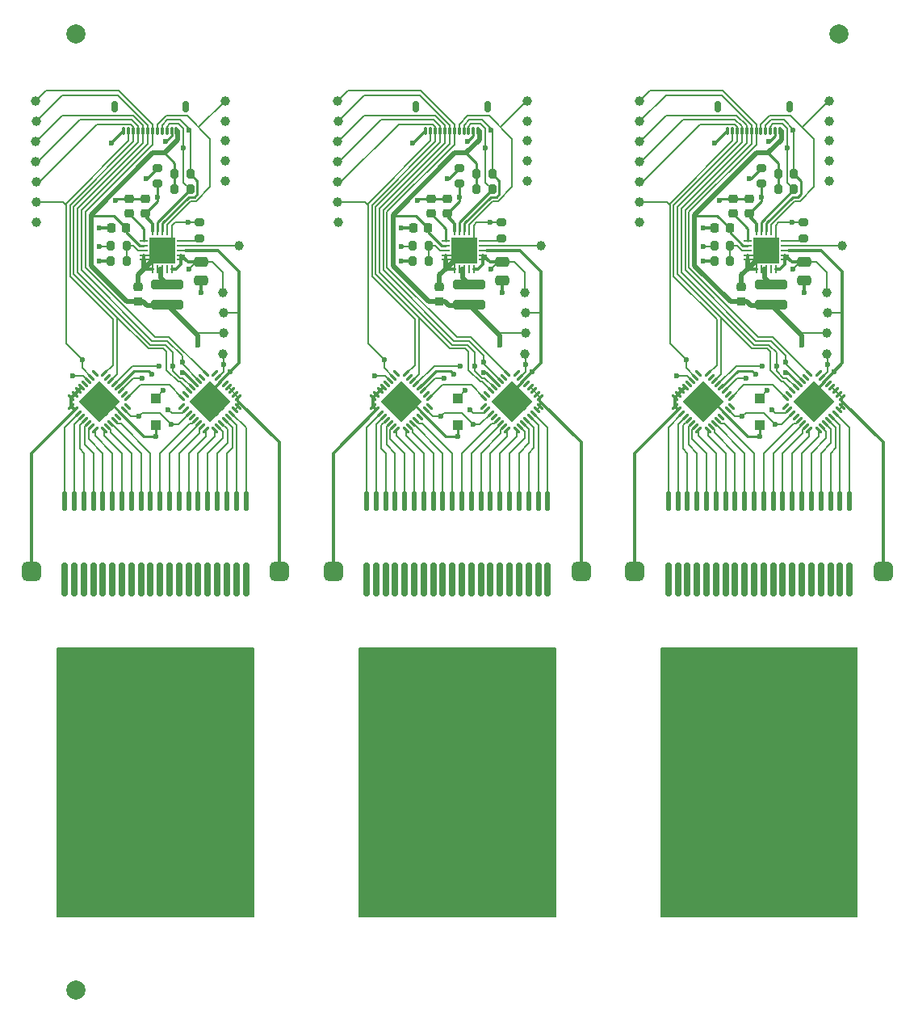
<source format=gbr>
%TF.GenerationSoftware,KiCad,Pcbnew,(6.0.5)*%
%TF.CreationDate,2022-11-09T23:01:59+01:00*%
%TF.ProjectId,piezo_driver_panel,7069657a-6f5f-4647-9269-7665725f7061,rev?*%
%TF.SameCoordinates,PXe4e1c0PYe4e1c0*%
%TF.FileFunction,Copper,L1,Top*%
%TF.FilePolarity,Positive*%
%FSLAX46Y46*%
G04 Gerber Fmt 4.6, Leading zero omitted, Abs format (unit mm)*
G04 Created by KiCad (PCBNEW (6.0.5)) date 2022-11-09 23:01:59*
%MOMM*%
%LPD*%
G01*
G04 APERTURE LIST*
G04 Aperture macros list*
%AMRoundRect*
0 Rectangle with rounded corners*
0 $1 Rounding radius*
0 $2 $3 $4 $5 $6 $7 $8 $9 X,Y pos of 4 corners*
0 Add a 4 corners polygon primitive as box body*
4,1,4,$2,$3,$4,$5,$6,$7,$8,$9,$2,$3,0*
0 Add four circle primitives for the rounded corners*
1,1,$1+$1,$2,$3*
1,1,$1+$1,$4,$5*
1,1,$1+$1,$6,$7*
1,1,$1+$1,$8,$9*
0 Add four rect primitives between the rounded corners*
20,1,$1+$1,$2,$3,$4,$5,0*
20,1,$1+$1,$4,$5,$6,$7,0*
20,1,$1+$1,$6,$7,$8,$9,0*
20,1,$1+$1,$8,$9,$2,$3,0*%
%AMRotRect*
0 Rectangle, with rotation*
0 The origin of the aperture is its center*
0 $1 length*
0 $2 width*
0 $3 Rotation angle, in degrees counterclockwise*
0 Add horizontal line*
21,1,$1,$2,0,0,$3*%
G04 Aperture macros list end*
%TA.AperFunction,SMDPad,CuDef*%
%ADD10C,1.000000*%
%TD*%
%TA.AperFunction,TestPad*%
%ADD11C,1.000000*%
%TD*%
%TA.AperFunction,SMDPad,CuDef*%
%ADD12RoundRect,0.225000X0.250000X-0.225000X0.250000X0.225000X-0.250000X0.225000X-0.250000X-0.225000X0*%
%TD*%
%TA.AperFunction,SMDPad,CuDef*%
%ADD13RoundRect,0.200000X-0.200000X-0.275000X0.200000X-0.275000X0.200000X0.275000X-0.200000X0.275000X0*%
%TD*%
%TA.AperFunction,SMDPad,CuDef*%
%ADD14RoundRect,0.200000X0.275000X-0.200000X0.275000X0.200000X-0.275000X0.200000X-0.275000X-0.200000X0*%
%TD*%
%TA.AperFunction,SMDPad,CuDef*%
%ADD15RoundRect,0.075000X0.075000X0.325000X-0.075000X0.325000X-0.075000X-0.325000X0.075000X-0.325000X0*%
%TD*%
%TA.AperFunction,SMDPad,CuDef*%
%ADD16RoundRect,0.150000X0.150000X0.450000X-0.150000X0.450000X-0.150000X-0.450000X0.150000X-0.450000X0*%
%TD*%
%TA.AperFunction,SMDPad,CuDef*%
%ADD17RoundRect,0.062500X0.309359X-0.220971X-0.220971X0.309359X-0.309359X0.220971X0.220971X-0.309359X0*%
%TD*%
%TA.AperFunction,SMDPad,CuDef*%
%ADD18RoundRect,0.062500X0.309359X0.220971X0.220971X0.309359X-0.309359X-0.220971X-0.220971X-0.309359X0*%
%TD*%
%TA.AperFunction,ComponentPad*%
%ADD19C,0.500000*%
%TD*%
%TA.AperFunction,SMDPad,CuDef*%
%ADD20RotRect,3.100000X3.100000X135.000000*%
%TD*%
%TA.AperFunction,SMDPad,CuDef*%
%ADD21RoundRect,0.062500X-0.350000X-0.062500X0.350000X-0.062500X0.350000X0.062500X-0.350000X0.062500X0*%
%TD*%
%TA.AperFunction,SMDPad,CuDef*%
%ADD22RoundRect,0.062500X-0.062500X-0.350000X0.062500X-0.350000X0.062500X0.350000X-0.062500X0.350000X0*%
%TD*%
%TA.AperFunction,SMDPad,CuDef*%
%ADD23R,2.700000X2.700000*%
%TD*%
%TA.AperFunction,SMDPad,CuDef*%
%ADD24R,1.100000X1.100000*%
%TD*%
%TA.AperFunction,SMDPad,CuDef*%
%ADD25RoundRect,0.062500X-0.220971X-0.309359X0.309359X0.220971X0.220971X0.309359X-0.309359X-0.220971X0*%
%TD*%
%TA.AperFunction,SMDPad,CuDef*%
%ADD26RoundRect,0.062500X0.220971X-0.309359X0.309359X-0.220971X-0.220971X0.309359X-0.309359X0.220971X0*%
%TD*%
%TA.AperFunction,SMDPad,CuDef*%
%ADD27RotRect,3.100000X3.100000X45.000000*%
%TD*%
%TA.AperFunction,SMDPad,CuDef*%
%ADD28C,2.000000*%
%TD*%
%TA.AperFunction,SMDPad,CuDef*%
%ADD29RoundRect,0.225000X0.225000X0.250000X-0.225000X0.250000X-0.225000X-0.250000X0.225000X-0.250000X0*%
%TD*%
%TA.AperFunction,SMDPad,CuDef*%
%ADD30RoundRect,0.250000X-0.475000X0.250000X-0.475000X-0.250000X0.475000X-0.250000X0.475000X0.250000X0*%
%TD*%
%TA.AperFunction,SMDPad,CuDef*%
%ADD31RoundRect,0.200000X0.200000X0.275000X-0.200000X0.275000X-0.200000X-0.275000X0.200000X-0.275000X0*%
%TD*%
%TA.AperFunction,SMDPad,CuDef*%
%ADD32RoundRect,0.200000X-0.275000X0.200000X-0.275000X-0.200000X0.275000X-0.200000X0.275000X0.200000X0*%
%TD*%
%TA.AperFunction,SMDPad,CuDef*%
%ADD33RoundRect,0.125000X-0.125000X-0.875000X0.125000X-0.875000X0.125000X0.875000X-0.125000X0.875000X0*%
%TD*%
%TA.AperFunction,ComponentPad*%
%ADD34RoundRect,0.500000X-0.500000X-0.500000X0.500000X-0.500000X0.500000X0.500000X-0.500000X0.500000X0*%
%TD*%
%TA.AperFunction,ComponentPad*%
%ADD35RoundRect,0.150000X-0.150000X-1.600000X0.150000X-1.600000X0.150000X1.600000X-0.150000X1.600000X0*%
%TD*%
%TA.AperFunction,ComponentPad*%
%ADD36RoundRect,0.250000X-0.250000X-2.000000X0.250000X-2.000000X0.250000X2.000000X-0.250000X2.000000X0*%
%TD*%
%TA.AperFunction,SMDPad,CuDef*%
%ADD37RoundRect,0.250000X-1.450000X0.250000X-1.450000X-0.250000X1.450000X-0.250000X1.450000X0.250000X0*%
%TD*%
%TA.AperFunction,ViaPad*%
%ADD38C,0.600000*%
%TD*%
%TA.AperFunction,Conductor*%
%ADD39C,0.200000*%
%TD*%
%TA.AperFunction,Conductor*%
%ADD40C,0.250000*%
%TD*%
%TA.AperFunction,Conductor*%
%ADD41C,0.300000*%
%TD*%
%TA.AperFunction,Conductor*%
%ADD42C,0.500000*%
%TD*%
G04 APERTURE END LIST*
D10*
%TO.P,TP9,1,1*%
%TO.N,Board_0-/SDA*%
X23150000Y-13750000D03*
%TD*%
D11*
%TO.P,TP5,1,1*%
%TO.N,Board_0-/OUT-*%
X24550000Y-24700000D03*
%TD*%
%TO.P,TP2,1,1*%
%TO.N,Board_0-GND*%
X22916666Y-36050000D03*
%TD*%
D12*
%TO.P,C5,1*%
%TO.N,Board_2-/VDD*%
X77250000Y-30575000D03*
%TO.P,C5,2*%
%TO.N,Board_2-GND*%
X77250000Y-29025000D03*
%TD*%
D11*
%TO.P,TP6,1,1*%
%TO.N,Board_0-/AIN*%
X23150000Y-9550000D03*
%TD*%
D10*
%TO.P,TP13,1,1*%
%TO.N,Board_1-/POL*%
X34908333Y-13800000D03*
%TD*%
%TO.P,TP13,1,1*%
%TO.N,Board_2-/POL*%
X66558333Y-13800000D03*
%TD*%
D13*
%TO.P,R4,1*%
%TO.N,Board_0-/VDD*%
X17825000Y-18800000D03*
%TO.P,R4,2*%
%TO.N,Board_0-/SDA*%
X19475000Y-18800000D03*
%TD*%
D11*
%TO.P,TP2,1,1*%
%TO.N,Board_2-GND*%
X86216666Y-36050000D03*
%TD*%
D10*
%TO.P,TP15,1,1*%
%TO.N,Board_0-/VBIAS*%
X3283332Y-20150000D03*
%TD*%
%TO.P,TP11,1,1*%
%TO.N,Board_0-/EN*%
X23150000Y-15850000D03*
%TD*%
D12*
%TO.P,C3,1*%
%TO.N,Board_1-/EN*%
X46400000Y-21375000D03*
%TO.P,C3,2*%
%TO.N,Board_1-GND*%
X46400000Y-19825000D03*
%TD*%
D11*
%TO.P,TP6,1,1*%
%TO.N,Board_2-/AIN*%
X86450000Y-9550000D03*
%TD*%
D14*
%TO.P,R3,1*%
%TO.N,Board_0-Net-(R3-Pad1)*%
X20450000Y-23925000D03*
%TO.P,R3,2*%
%TO.N,Board_0-GND*%
X20450000Y-22275000D03*
%TD*%
D13*
%TO.P,R1,1*%
%TO.N,Board_0-/VBST*%
X11125000Y-26300000D03*
%TO.P,R1,2*%
%TO.N,Board_0-Net-(R1-Pad2)*%
X12775000Y-26300000D03*
%TD*%
D15*
%TO.P,J1,1,Pin_1*%
%TO.N,Board_2-GND*%
X75800000Y-12700000D03*
%TO.P,J1,2,Pin_2*%
%TO.N,Board_2-/VBIAS*%
X76300000Y-12700000D03*
%TO.P,J1,3,Pin_3*%
%TO.N,Board_2-/DOUT*%
X76800000Y-12700000D03*
%TO.P,J1,4,Pin_4*%
%TO.N,Board_2-/LE*%
X77300000Y-12700000D03*
%TO.P,J1,5,Pin_5*%
%TO.N,Board_2-/POL*%
X77800000Y-12700000D03*
%TO.P,J1,6,Pin_6*%
%TO.N,Board_2-/CLK*%
X78300000Y-12700000D03*
%TO.P,J1,7,Pin_7*%
%TO.N,Board_2-/DIN*%
X78800000Y-12700000D03*
%TO.P,J1,8,Pin_8*%
%TO.N,Board_2-/AIN*%
X79300000Y-12700000D03*
%TO.P,J1,9,Pin_9*%
%TO.N,Board_2-/SCL*%
X79800000Y-12700000D03*
%TO.P,J1,10,Pin_10*%
%TO.N,Board_2-/SDA*%
X80300000Y-12700000D03*
%TO.P,J1,11,Pin_11*%
%TO.N,Board_2-/REG*%
X80800000Y-12700000D03*
%TO.P,J1,12,Pin_12*%
%TO.N,Board_2-/VDD*%
X81300000Y-12700000D03*
D16*
%TO.P,J1,MP*%
%TO.N,N/C*%
X82300000Y-10200000D03*
X74800000Y-10200000D03*
%TD*%
D17*
%TO.P,U2,1,HVout12*%
%TO.N,Board_2-/reed15*%
X85336136Y-44061010D03*
%TO.P,U2,2,HVout11*%
%TO.N,Board_2-/reed16*%
X85689689Y-43707456D03*
%TO.P,U2,3,HVout10*%
%TO.N,Board_2-/reed17*%
X86043243Y-43353903D03*
%TO.P,U2,4,HVout9*%
%TO.N,Board_2-/reed18*%
X86396796Y-43000349D03*
%TO.P,U2,5,HVout8*%
%TO.N,Board_2-/reed19*%
X86750349Y-42646796D03*
%TO.P,U2,6,HVout7*%
%TO.N,Board_2-/reed20*%
X87103903Y-42293243D03*
%TO.P,U2,7,HVout6*%
%TO.N,Board_2-/PZT_Common*%
X87457456Y-41939689D03*
%TO.P,U2,8,HVout5*%
X87811010Y-41586136D03*
D18*
%TO.P,U2,9,HVout4*%
X87811010Y-40613864D03*
%TO.P,U2,10,HVout3*%
X87457456Y-40260311D03*
%TO.P,U2,11,HVout2*%
X87103903Y-39906757D03*
%TO.P,U2,12,HVout1*%
X86750349Y-39553204D03*
%TO.P,U2,13,NC*%
%TO.N,Board_2-unconnected-(U2-Pad13)*%
X86396796Y-39199651D03*
%TO.P,U2,14,VPP*%
%TO.N,Board_2-/VPP*%
X86043243Y-38846097D03*
%TO.P,U2,15,GND*%
%TO.N,Board_2-GND*%
X85689689Y-38492544D03*
%TO.P,U2,16,NC*%
%TO.N,Board_2-unconnected-(U2-Pad16)*%
X85336136Y-38138990D03*
D17*
%TO.P,U2,17,DIN*%
%TO.N,Board_2-/DIN*%
X84363864Y-38138990D03*
%TO.P,U2,18,NC*%
%TO.N,Board_2-unconnected-(U2-Pad18)*%
X84010311Y-38492544D03*
%TO.P,U2,19,CLK*%
%TO.N,Board_2-/CLK*%
X83656757Y-38846097D03*
%TO.P,U2,20,VDD*%
%TO.N,Board_2-/VDD*%
X83303204Y-39199651D03*
%TO.P,U2,21,~POL~*%
%TO.N,Board_2-/POL*%
X82949651Y-39553204D03*
%TO.P,U2,22,~LE~*%
%TO.N,Board_2-/LE*%
X82596097Y-39906757D03*
%TO.P,U2,23,NC*%
%TO.N,Board_2-unconnected-(U2-Pad23)*%
X82242544Y-40260311D03*
%TO.P,U2,24,DOUT*%
%TO.N,Board_2-Net-(U1-Pad17)*%
X81888990Y-40613864D03*
D18*
%TO.P,U2,25,NC*%
%TO.N,Board_2-unconnected-(U2-Pad25)*%
X81888990Y-41586136D03*
%TO.P,U2,26,VBIAS*%
%TO.N,Board_2-/VBIAS*%
X82242544Y-41939689D03*
%TO.P,U2,27,HVGND*%
%TO.N,Board_2-GND*%
X82596097Y-42293243D03*
%TO.P,U2,28,BP*%
%TO.N,Board_2-unconnected-(U2-Pad28)*%
X82949651Y-42646796D03*
%TO.P,U2,29,HVout16*%
%TO.N,Board_2-/reed11*%
X83303204Y-43000349D03*
%TO.P,U2,30,HVout15*%
%TO.N,Board_2-/reed12*%
X83656757Y-43353903D03*
%TO.P,U2,31,HVout14*%
%TO.N,Board_2-/reed13*%
X84010311Y-43707456D03*
%TO.P,U2,32,HVout13*%
%TO.N,Board_2-/reed14*%
X84363864Y-44061010D03*
D19*
%TO.P,U2,33,VPP*%
%TO.N,Board_2-/VPP*%
X84850000Y-42938478D03*
X84237175Y-41100000D03*
X86075652Y-40487174D03*
X84237174Y-39874348D03*
X83624348Y-41712826D03*
X84850000Y-41712825D03*
X83624348Y-40487174D03*
X83011522Y-41100000D03*
X85462826Y-42325652D03*
X85462825Y-41100000D03*
X85462826Y-39874348D03*
X84850000Y-39261522D03*
D20*
X84850000Y-41100000D03*
D19*
X86688478Y-41100000D03*
X84850000Y-40487175D03*
X84237174Y-42325652D03*
X86075652Y-41712826D03*
%TD*%
D21*
%TO.P,U3,1,VPUMP*%
%TO.N,Board_0-Net-(C2-Pad1)*%
X14587500Y-24200000D03*
%TO.P,U3,2,VDD*%
%TO.N,Board_0-/VDD*%
X14587500Y-24700000D03*
%TO.P,U3,3,FB*%
%TO.N,Board_0-Net-(R1-Pad2)*%
X14587500Y-25200000D03*
%TO.P,U3,4,GND*%
%TO.N,Board_0-GND*%
X14587500Y-25700000D03*
%TO.P,U3,5,GND*%
X14587500Y-26200000D03*
D22*
%TO.P,U3,6,GND*%
X15550000Y-27162500D03*
%TO.P,U3,7,SW*%
%TO.N,Board_0-Net-(L1-Pad1)*%
X16050000Y-27162500D03*
%TO.P,U3,8,SW*%
X16550000Y-27162500D03*
%TO.P,U3,9,NC*%
%TO.N,Board_0-unconnected-(U3-Pad9)*%
X17050000Y-27162500D03*
%TO.P,U3,10,VBST*%
%TO.N,Board_0-/VBST*%
X17550000Y-27162500D03*
D21*
%TO.P,U3,11,VBST*%
X18512500Y-26200000D03*
%TO.P,U3,12,PVDD*%
X18512500Y-25700000D03*
%TO.P,U3,13,OUT+*%
%TO.N,Board_0-/VPP*%
X18512500Y-25200000D03*
%TO.P,U3,14,OUT-*%
%TO.N,Board_0-/OUT-*%
X18512500Y-24700000D03*
%TO.P,U3,15,REXT*%
%TO.N,Board_0-Net-(R3-Pad1)*%
X18512500Y-24200000D03*
D22*
%TO.P,U3,16,IN-*%
%TO.N,Board_0-GND*%
X17550000Y-23237500D03*
%TO.P,U3,17,IN+*%
%TO.N,Board_0-/AIN*%
X17050000Y-23237500D03*
%TO.P,U3,18,SCL*%
%TO.N,Board_0-/SCL*%
X16550000Y-23237500D03*
%TO.P,U3,19,SDA*%
%TO.N,Board_0-/SDA*%
X16050000Y-23237500D03*
%TO.P,U3,20,REG*%
%TO.N,Board_0-/EN*%
X15550000Y-23237500D03*
D19*
%TO.P,U3,21,GND*%
%TO.N,Board_0-GND*%
X16550000Y-25200000D03*
X17650000Y-25200000D03*
X17650000Y-24100000D03*
X17650000Y-26300000D03*
X16550000Y-24100000D03*
X15450000Y-24100000D03*
D23*
X16550000Y-25200000D03*
D19*
X16550000Y-26300000D03*
X15450000Y-25200000D03*
X15450000Y-26300000D03*
%TD*%
D10*
%TO.P,TP10,1,1*%
%TO.N,Board_1-/SCL*%
X54800000Y-11650000D03*
%TD*%
D13*
%TO.P,R2,1*%
%TO.N,Board_0-GND*%
X11125000Y-24700000D03*
%TO.P,R2,2*%
%TO.N,Board_0-Net-(R1-Pad2)*%
X12775000Y-24700000D03*
%TD*%
D17*
%TO.P,U2,1,HVout12*%
%TO.N,Board_0-/reed15*%
X22036136Y-44061010D03*
%TO.P,U2,2,HVout11*%
%TO.N,Board_0-/reed16*%
X22389689Y-43707456D03*
%TO.P,U2,3,HVout10*%
%TO.N,Board_0-/reed17*%
X22743243Y-43353903D03*
%TO.P,U2,4,HVout9*%
%TO.N,Board_0-/reed18*%
X23096796Y-43000349D03*
%TO.P,U2,5,HVout8*%
%TO.N,Board_0-/reed19*%
X23450349Y-42646796D03*
%TO.P,U2,6,HVout7*%
%TO.N,Board_0-/reed20*%
X23803903Y-42293243D03*
%TO.P,U2,7,HVout6*%
%TO.N,Board_0-/PZT_Common*%
X24157456Y-41939689D03*
%TO.P,U2,8,HVout5*%
X24511010Y-41586136D03*
D18*
%TO.P,U2,9,HVout4*%
X24511010Y-40613864D03*
%TO.P,U2,10,HVout3*%
X24157456Y-40260311D03*
%TO.P,U2,11,HVout2*%
X23803903Y-39906757D03*
%TO.P,U2,12,HVout1*%
X23450349Y-39553204D03*
%TO.P,U2,13,NC*%
%TO.N,Board_0-unconnected-(U2-Pad13)*%
X23096796Y-39199651D03*
%TO.P,U2,14,VPP*%
%TO.N,Board_0-/VPP*%
X22743243Y-38846097D03*
%TO.P,U2,15,GND*%
%TO.N,Board_0-GND*%
X22389689Y-38492544D03*
%TO.P,U2,16,NC*%
%TO.N,Board_0-unconnected-(U2-Pad16)*%
X22036136Y-38138990D03*
D17*
%TO.P,U2,17,DIN*%
%TO.N,Board_0-/DIN*%
X21063864Y-38138990D03*
%TO.P,U2,18,NC*%
%TO.N,Board_0-unconnected-(U2-Pad18)*%
X20710311Y-38492544D03*
%TO.P,U2,19,CLK*%
%TO.N,Board_0-/CLK*%
X20356757Y-38846097D03*
%TO.P,U2,20,VDD*%
%TO.N,Board_0-/VDD*%
X20003204Y-39199651D03*
%TO.P,U2,21,~POL~*%
%TO.N,Board_0-/POL*%
X19649651Y-39553204D03*
%TO.P,U2,22,~LE~*%
%TO.N,Board_0-/LE*%
X19296097Y-39906757D03*
%TO.P,U2,23,NC*%
%TO.N,Board_0-unconnected-(U2-Pad23)*%
X18942544Y-40260311D03*
%TO.P,U2,24,DOUT*%
%TO.N,Board_0-Net-(U1-Pad17)*%
X18588990Y-40613864D03*
D18*
%TO.P,U2,25,NC*%
%TO.N,Board_0-unconnected-(U2-Pad25)*%
X18588990Y-41586136D03*
%TO.P,U2,26,VBIAS*%
%TO.N,Board_0-/VBIAS*%
X18942544Y-41939689D03*
%TO.P,U2,27,HVGND*%
%TO.N,Board_0-GND*%
X19296097Y-42293243D03*
%TO.P,U2,28,BP*%
%TO.N,Board_0-unconnected-(U2-Pad28)*%
X19649651Y-42646796D03*
%TO.P,U2,29,HVout16*%
%TO.N,Board_0-/reed11*%
X20003204Y-43000349D03*
%TO.P,U2,30,HVout15*%
%TO.N,Board_0-/reed12*%
X20356757Y-43353903D03*
%TO.P,U2,31,HVout14*%
%TO.N,Board_0-/reed13*%
X20710311Y-43707456D03*
%TO.P,U2,32,HVout13*%
%TO.N,Board_0-/reed14*%
X21063864Y-44061010D03*
D19*
%TO.P,U2,33,VPP*%
%TO.N,Board_0-/VPP*%
X20324348Y-41712826D03*
X21550000Y-40487175D03*
X20937175Y-41100000D03*
X21550000Y-39261522D03*
X20324348Y-40487174D03*
X19711522Y-41100000D03*
X21550000Y-42938478D03*
X23388478Y-41100000D03*
D20*
X21550000Y-41100000D03*
D19*
X22775652Y-41712826D03*
X22775652Y-40487174D03*
X22162826Y-39874348D03*
X22162825Y-41100000D03*
X22162826Y-42325652D03*
X20937174Y-42325652D03*
X20937174Y-39874348D03*
X21550000Y-41712825D03*
%TD*%
D11*
%TO.P,TP1,1,1*%
%TO.N,Board_1-/VDD*%
X54583332Y-33900000D03*
%TD*%
D13*
%TO.P,R1,1*%
%TO.N,Board_1-/VBST*%
X42775000Y-26300000D03*
%TO.P,R1,2*%
%TO.N,Board_1-Net-(R1-Pad2)*%
X44425000Y-26300000D03*
%TD*%
D12*
%TO.P,C5,1*%
%TO.N,Board_0-/VDD*%
X13950000Y-30575000D03*
%TO.P,C5,2*%
%TO.N,Board_0-GND*%
X13950000Y-29025000D03*
%TD*%
D17*
%TO.P,U2,1,HVout12*%
%TO.N,Board_1-/reed15*%
X53686136Y-44061010D03*
%TO.P,U2,2,HVout11*%
%TO.N,Board_1-/reed16*%
X54039689Y-43707456D03*
%TO.P,U2,3,HVout10*%
%TO.N,Board_1-/reed17*%
X54393243Y-43353903D03*
%TO.P,U2,4,HVout9*%
%TO.N,Board_1-/reed18*%
X54746796Y-43000349D03*
%TO.P,U2,5,HVout8*%
%TO.N,Board_1-/reed19*%
X55100349Y-42646796D03*
%TO.P,U2,6,HVout7*%
%TO.N,Board_1-/reed20*%
X55453903Y-42293243D03*
%TO.P,U2,7,HVout6*%
%TO.N,Board_1-/PZT_Common*%
X55807456Y-41939689D03*
%TO.P,U2,8,HVout5*%
X56161010Y-41586136D03*
D18*
%TO.P,U2,9,HVout4*%
X56161010Y-40613864D03*
%TO.P,U2,10,HVout3*%
X55807456Y-40260311D03*
%TO.P,U2,11,HVout2*%
X55453903Y-39906757D03*
%TO.P,U2,12,HVout1*%
X55100349Y-39553204D03*
%TO.P,U2,13,NC*%
%TO.N,Board_1-unconnected-(U2-Pad13)*%
X54746796Y-39199651D03*
%TO.P,U2,14,VPP*%
%TO.N,Board_1-/VPP*%
X54393243Y-38846097D03*
%TO.P,U2,15,GND*%
%TO.N,Board_1-GND*%
X54039689Y-38492544D03*
%TO.P,U2,16,NC*%
%TO.N,Board_1-unconnected-(U2-Pad16)*%
X53686136Y-38138990D03*
D17*
%TO.P,U2,17,DIN*%
%TO.N,Board_1-/DIN*%
X52713864Y-38138990D03*
%TO.P,U2,18,NC*%
%TO.N,Board_1-unconnected-(U2-Pad18)*%
X52360311Y-38492544D03*
%TO.P,U2,19,CLK*%
%TO.N,Board_1-/CLK*%
X52006757Y-38846097D03*
%TO.P,U2,20,VDD*%
%TO.N,Board_1-/VDD*%
X51653204Y-39199651D03*
%TO.P,U2,21,~POL~*%
%TO.N,Board_1-/POL*%
X51299651Y-39553204D03*
%TO.P,U2,22,~LE~*%
%TO.N,Board_1-/LE*%
X50946097Y-39906757D03*
%TO.P,U2,23,NC*%
%TO.N,Board_1-unconnected-(U2-Pad23)*%
X50592544Y-40260311D03*
%TO.P,U2,24,DOUT*%
%TO.N,Board_1-Net-(U1-Pad17)*%
X50238990Y-40613864D03*
D18*
%TO.P,U2,25,NC*%
%TO.N,Board_1-unconnected-(U2-Pad25)*%
X50238990Y-41586136D03*
%TO.P,U2,26,VBIAS*%
%TO.N,Board_1-/VBIAS*%
X50592544Y-41939689D03*
%TO.P,U2,27,HVGND*%
%TO.N,Board_1-GND*%
X50946097Y-42293243D03*
%TO.P,U2,28,BP*%
%TO.N,Board_1-unconnected-(U2-Pad28)*%
X51299651Y-42646796D03*
%TO.P,U2,29,HVout16*%
%TO.N,Board_1-/reed11*%
X51653204Y-43000349D03*
%TO.P,U2,30,HVout15*%
%TO.N,Board_1-/reed12*%
X52006757Y-43353903D03*
%TO.P,U2,31,HVout14*%
%TO.N,Board_1-/reed13*%
X52360311Y-43707456D03*
%TO.P,U2,32,HVout13*%
%TO.N,Board_1-/reed14*%
X52713864Y-44061010D03*
D19*
%TO.P,U2,33,VPP*%
%TO.N,Board_1-/VPP*%
X51974348Y-40487174D03*
X53812826Y-42325652D03*
D20*
X53200000Y-41100000D03*
D19*
X53812826Y-39874348D03*
X53200000Y-39261522D03*
X53200000Y-41712825D03*
X54425652Y-40487174D03*
X52587174Y-42325652D03*
X53200000Y-40487175D03*
X53200000Y-42938478D03*
X55038478Y-41100000D03*
X51361522Y-41100000D03*
X52587174Y-39874348D03*
X52587175Y-41100000D03*
X53812825Y-41100000D03*
X51974348Y-41712826D03*
X54425652Y-41712826D03*
%TD*%
D10*
%TO.P,TP14,1,1*%
%TO.N,Board_1-/LE*%
X34916666Y-15900000D03*
%TD*%
D24*
%TO.P,D1,1,K*%
%TO.N,Board_0-/VPP*%
X15850000Y-43500000D03*
%TO.P,D1,2,A*%
%TO.N,Board_0-/VDD*%
X15850000Y-40700000D03*
%TD*%
D11*
%TO.P,TP4,1,1*%
%TO.N,Board_2-/VBST*%
X86200000Y-29600000D03*
%TD*%
D10*
%TO.P,TP12,1,1*%
%TO.N,Board_1-/CLK*%
X34949998Y-11700000D03*
%TD*%
D25*
%TO.P,U1,1,HVout12*%
%TO.N,Board_1-/PZT_Common*%
X38638990Y-41586136D03*
%TO.P,U1,2,HVout11*%
X38992544Y-41939689D03*
%TO.P,U1,3,HVout10*%
%TO.N,Board_1-/reed1*%
X39346097Y-42293243D03*
%TO.P,U1,4,HVout9*%
%TO.N,Board_1-/reed2*%
X39699651Y-42646796D03*
%TO.P,U1,5,HVout8*%
%TO.N,Board_1-/reed3*%
X40053204Y-43000349D03*
%TO.P,U1,6,HVout7*%
%TO.N,Board_1-/reed4*%
X40406757Y-43353903D03*
%TO.P,U1,7,HVout6*%
%TO.N,Board_1-/reed5*%
X40760311Y-43707456D03*
%TO.P,U1,8,HVout5*%
%TO.N,Board_1-/reed6*%
X41113864Y-44061010D03*
D26*
%TO.P,U1,9,HVout4*%
%TO.N,Board_1-/reed7*%
X42086136Y-44061010D03*
%TO.P,U1,10,HVout3*%
%TO.N,Board_1-/reed8*%
X42439689Y-43707456D03*
%TO.P,U1,11,HVout2*%
%TO.N,Board_1-/reed9*%
X42793243Y-43353903D03*
%TO.P,U1,12,HVout1*%
%TO.N,Board_1-/reed10*%
X43146796Y-43000349D03*
%TO.P,U1,13,NC*%
%TO.N,Board_1-unconnected-(U1-Pad13)*%
X43500349Y-42646796D03*
%TO.P,U1,14,VPP*%
%TO.N,Board_1-/VPP*%
X43853903Y-42293243D03*
%TO.P,U1,15,GND*%
%TO.N,Board_1-GND*%
X44207456Y-41939689D03*
%TO.P,U1,16,NC*%
%TO.N,Board_1-unconnected-(U1-Pad16)*%
X44561010Y-41586136D03*
D25*
%TO.P,U1,17,DIN*%
%TO.N,Board_1-Net-(U1-Pad17)*%
X44561010Y-40613864D03*
%TO.P,U1,18,NC*%
%TO.N,Board_1-unconnected-(U1-Pad18)*%
X44207456Y-40260311D03*
%TO.P,U1,19,CLK*%
%TO.N,Board_1-/CLK*%
X43853903Y-39906757D03*
%TO.P,U1,20,VDD*%
%TO.N,Board_1-/VDD*%
X43500349Y-39553204D03*
%TO.P,U1,21,~POL~*%
%TO.N,Board_1-/POL*%
X43146796Y-39199651D03*
%TO.P,U1,22,~LE~*%
%TO.N,Board_1-/LE*%
X42793243Y-38846097D03*
%TO.P,U1,23,NC*%
%TO.N,Board_1-unconnected-(U1-Pad23)*%
X42439689Y-38492544D03*
%TO.P,U1,24,DOUT*%
%TO.N,Board_1-/DOUT*%
X42086136Y-38138990D03*
D26*
%TO.P,U1,25,NC*%
%TO.N,Board_1-unconnected-(U1-Pad25)*%
X41113864Y-38138990D03*
%TO.P,U1,26,VBIAS*%
%TO.N,Board_1-/VBIAS*%
X40760311Y-38492544D03*
%TO.P,U1,27,HVGND*%
%TO.N,Board_1-GND*%
X40406757Y-38846097D03*
%TO.P,U1,28,BP*%
%TO.N,Board_1-unconnected-(U1-Pad28)*%
X40053204Y-39199651D03*
%TO.P,U1,29,HVout16*%
%TO.N,Board_1-/PZT_Common*%
X39699651Y-39553204D03*
%TO.P,U1,30,HVout15*%
X39346097Y-39906757D03*
%TO.P,U1,31,HVout14*%
X38992544Y-40260311D03*
%TO.P,U1,32,HVout13*%
X38638990Y-40613864D03*
D19*
%TO.P,U1,33,VPP*%
%TO.N,Board_1-/VPP*%
X40987174Y-39874348D03*
X42825652Y-41712826D03*
X41600000Y-39261522D03*
X41600000Y-40487175D03*
X40374348Y-40487174D03*
X42825652Y-40487174D03*
X40374348Y-41712826D03*
X41600000Y-42938478D03*
X42212826Y-42325652D03*
X43438478Y-41100000D03*
X40987174Y-42325652D03*
X42212826Y-39874348D03*
X40987175Y-41100000D03*
D27*
X41600000Y-41100000D03*
D19*
X42212825Y-41100000D03*
X41600000Y-41712825D03*
X39761522Y-41100000D03*
%TD*%
D11*
%TO.P,TP5,1,1*%
%TO.N,Board_1-/OUT-*%
X56200000Y-24700000D03*
%TD*%
%TO.P,TP7,1,1*%
%TO.N,Board_1-/DIN*%
X34900000Y-9600000D03*
%TD*%
%TO.P,TP2,1,1*%
%TO.N,Board_2-GND*%
X66591665Y-22300000D03*
%TD*%
D28*
%TO.P,REF\u002A\u002A,*%
%TO.N,*%
X7500000Y-2500000D03*
%TD*%
D11*
%TO.P,TP2,1,1*%
%TO.N,Board_1-GND*%
X34941665Y-22300000D03*
%TD*%
%TO.P,TP2,1,1*%
%TO.N,Board_2-GND*%
X86450000Y-17950000D03*
%TD*%
D13*
%TO.P,R4,1*%
%TO.N,Board_2-/VDD*%
X81125000Y-18800000D03*
%TO.P,R4,2*%
%TO.N,Board_2-/SDA*%
X82775000Y-18800000D03*
%TD*%
D11*
%TO.P,TP3,1,1*%
%TO.N,Board_0-/VPP*%
X22949998Y-31750000D03*
%TD*%
D10*
%TO.P,TP9,1,1*%
%TO.N,Board_2-/SDA*%
X86450000Y-13750000D03*
%TD*%
%TO.P,TP8,1,1*%
%TO.N,Board_2-/DOUT*%
X66574999Y-18000000D03*
%TD*%
D29*
%TO.P,C1,1*%
%TO.N,Board_1-/VDD*%
X44375000Y-22900000D03*
%TO.P,C1,2*%
%TO.N,Board_1-GND*%
X42825000Y-22900000D03*
%TD*%
D21*
%TO.P,U3,1,VPUMP*%
%TO.N,Board_1-Net-(C2-Pad1)*%
X46237500Y-24200000D03*
%TO.P,U3,2,VDD*%
%TO.N,Board_1-/VDD*%
X46237500Y-24700000D03*
%TO.P,U3,3,FB*%
%TO.N,Board_1-Net-(R1-Pad2)*%
X46237500Y-25200000D03*
%TO.P,U3,4,GND*%
%TO.N,Board_1-GND*%
X46237500Y-25700000D03*
%TO.P,U3,5,GND*%
X46237500Y-26200000D03*
D22*
%TO.P,U3,6,GND*%
X47200000Y-27162500D03*
%TO.P,U3,7,SW*%
%TO.N,Board_1-Net-(L1-Pad1)*%
X47700000Y-27162500D03*
%TO.P,U3,8,SW*%
X48200000Y-27162500D03*
%TO.P,U3,9,NC*%
%TO.N,Board_1-unconnected-(U3-Pad9)*%
X48700000Y-27162500D03*
%TO.P,U3,10,VBST*%
%TO.N,Board_1-/VBST*%
X49200000Y-27162500D03*
D21*
%TO.P,U3,11,VBST*%
X50162500Y-26200000D03*
%TO.P,U3,12,PVDD*%
X50162500Y-25700000D03*
%TO.P,U3,13,OUT+*%
%TO.N,Board_1-/VPP*%
X50162500Y-25200000D03*
%TO.P,U3,14,OUT-*%
%TO.N,Board_1-/OUT-*%
X50162500Y-24700000D03*
%TO.P,U3,15,REXT*%
%TO.N,Board_1-Net-(R3-Pad1)*%
X50162500Y-24200000D03*
D22*
%TO.P,U3,16,IN-*%
%TO.N,Board_1-GND*%
X49200000Y-23237500D03*
%TO.P,U3,17,IN+*%
%TO.N,Board_1-/AIN*%
X48700000Y-23237500D03*
%TO.P,U3,18,SCL*%
%TO.N,Board_1-/SCL*%
X48200000Y-23237500D03*
%TO.P,U3,19,SDA*%
%TO.N,Board_1-/SDA*%
X47700000Y-23237500D03*
%TO.P,U3,20,REG*%
%TO.N,Board_1-/EN*%
X47200000Y-23237500D03*
D19*
%TO.P,U3,21,GND*%
%TO.N,Board_1-GND*%
X49300000Y-26300000D03*
X48200000Y-24100000D03*
D23*
X48200000Y-25200000D03*
D19*
X47100000Y-25200000D03*
X48200000Y-26300000D03*
X49300000Y-24100000D03*
X49300000Y-25200000D03*
X47100000Y-24100000D03*
X48200000Y-25200000D03*
X47100000Y-26300000D03*
%TD*%
D25*
%TO.P,U1,1,HVout12*%
%TO.N,Board_0-/PZT_Common*%
X6988990Y-41586136D03*
%TO.P,U1,2,HVout11*%
X7342544Y-41939689D03*
%TO.P,U1,3,HVout10*%
%TO.N,Board_0-/reed1*%
X7696097Y-42293243D03*
%TO.P,U1,4,HVout9*%
%TO.N,Board_0-/reed2*%
X8049651Y-42646796D03*
%TO.P,U1,5,HVout8*%
%TO.N,Board_0-/reed3*%
X8403204Y-43000349D03*
%TO.P,U1,6,HVout7*%
%TO.N,Board_0-/reed4*%
X8756757Y-43353903D03*
%TO.P,U1,7,HVout6*%
%TO.N,Board_0-/reed5*%
X9110311Y-43707456D03*
%TO.P,U1,8,HVout5*%
%TO.N,Board_0-/reed6*%
X9463864Y-44061010D03*
D26*
%TO.P,U1,9,HVout4*%
%TO.N,Board_0-/reed7*%
X10436136Y-44061010D03*
%TO.P,U1,10,HVout3*%
%TO.N,Board_0-/reed8*%
X10789689Y-43707456D03*
%TO.P,U1,11,HVout2*%
%TO.N,Board_0-/reed9*%
X11143243Y-43353903D03*
%TO.P,U1,12,HVout1*%
%TO.N,Board_0-/reed10*%
X11496796Y-43000349D03*
%TO.P,U1,13,NC*%
%TO.N,Board_0-unconnected-(U1-Pad13)*%
X11850349Y-42646796D03*
%TO.P,U1,14,VPP*%
%TO.N,Board_0-/VPP*%
X12203903Y-42293243D03*
%TO.P,U1,15,GND*%
%TO.N,Board_0-GND*%
X12557456Y-41939689D03*
%TO.P,U1,16,NC*%
%TO.N,Board_0-unconnected-(U1-Pad16)*%
X12911010Y-41586136D03*
D25*
%TO.P,U1,17,DIN*%
%TO.N,Board_0-Net-(U1-Pad17)*%
X12911010Y-40613864D03*
%TO.P,U1,18,NC*%
%TO.N,Board_0-unconnected-(U1-Pad18)*%
X12557456Y-40260311D03*
%TO.P,U1,19,CLK*%
%TO.N,Board_0-/CLK*%
X12203903Y-39906757D03*
%TO.P,U1,20,VDD*%
%TO.N,Board_0-/VDD*%
X11850349Y-39553204D03*
%TO.P,U1,21,~POL~*%
%TO.N,Board_0-/POL*%
X11496796Y-39199651D03*
%TO.P,U1,22,~LE~*%
%TO.N,Board_0-/LE*%
X11143243Y-38846097D03*
%TO.P,U1,23,NC*%
%TO.N,Board_0-unconnected-(U1-Pad23)*%
X10789689Y-38492544D03*
%TO.P,U1,24,DOUT*%
%TO.N,Board_0-/DOUT*%
X10436136Y-38138990D03*
D26*
%TO.P,U1,25,NC*%
%TO.N,Board_0-unconnected-(U1-Pad25)*%
X9463864Y-38138990D03*
%TO.P,U1,26,VBIAS*%
%TO.N,Board_0-/VBIAS*%
X9110311Y-38492544D03*
%TO.P,U1,27,HVGND*%
%TO.N,Board_0-GND*%
X8756757Y-38846097D03*
%TO.P,U1,28,BP*%
%TO.N,Board_0-unconnected-(U1-Pad28)*%
X8403204Y-39199651D03*
%TO.P,U1,29,HVout16*%
%TO.N,Board_0-/PZT_Common*%
X8049651Y-39553204D03*
%TO.P,U1,30,HVout15*%
X7696097Y-39906757D03*
%TO.P,U1,31,HVout14*%
X7342544Y-40260311D03*
%TO.P,U1,32,HVout13*%
X6988990Y-40613864D03*
D19*
%TO.P,U1,33,VPP*%
%TO.N,Board_0-/VPP*%
X9950000Y-40487175D03*
X10562826Y-42325652D03*
X10562825Y-41100000D03*
X8724348Y-41712826D03*
X9337174Y-39874348D03*
X11788478Y-41100000D03*
X11175652Y-41712826D03*
X8111522Y-41100000D03*
X9337175Y-41100000D03*
X9950000Y-42938478D03*
X9950000Y-41712825D03*
X8724348Y-40487174D03*
X9337174Y-42325652D03*
X9950000Y-39261522D03*
X10562826Y-39874348D03*
D27*
X9950000Y-41100000D03*
D19*
X11175652Y-40487174D03*
%TD*%
D14*
%TO.P,R3,1*%
%TO.N,Board_2-Net-(R3-Pad1)*%
X83750000Y-23925000D03*
%TO.P,R3,2*%
%TO.N,Board_2-GND*%
X83750000Y-22275000D03*
%TD*%
D11*
%TO.P,TP2,1,1*%
%TO.N,Board_1-GND*%
X54800000Y-17950000D03*
%TD*%
%TO.P,TP2,1,1*%
%TO.N,Board_0-GND*%
X3291665Y-22300000D03*
%TD*%
%TO.P,TP6,1,1*%
%TO.N,Board_1-/AIN*%
X54800000Y-9550000D03*
%TD*%
D15*
%TO.P,J1,1,Pin_1*%
%TO.N,Board_0-GND*%
X12500000Y-12700000D03*
%TO.P,J1,2,Pin_2*%
%TO.N,Board_0-/VBIAS*%
X13000000Y-12700000D03*
%TO.P,J1,3,Pin_3*%
%TO.N,Board_0-/DOUT*%
X13500000Y-12700000D03*
%TO.P,J1,4,Pin_4*%
%TO.N,Board_0-/LE*%
X14000000Y-12700000D03*
%TO.P,J1,5,Pin_5*%
%TO.N,Board_0-/POL*%
X14500000Y-12700000D03*
%TO.P,J1,6,Pin_6*%
%TO.N,Board_0-/CLK*%
X15000000Y-12700000D03*
%TO.P,J1,7,Pin_7*%
%TO.N,Board_0-/DIN*%
X15500000Y-12700000D03*
%TO.P,J1,8,Pin_8*%
%TO.N,Board_0-/AIN*%
X16000000Y-12700000D03*
%TO.P,J1,9,Pin_9*%
%TO.N,Board_0-/SCL*%
X16500000Y-12700000D03*
%TO.P,J1,10,Pin_10*%
%TO.N,Board_0-/SDA*%
X17000000Y-12700000D03*
%TO.P,J1,11,Pin_11*%
%TO.N,Board_0-/REG*%
X17500000Y-12700000D03*
%TO.P,J1,12,Pin_12*%
%TO.N,Board_0-/VDD*%
X18000000Y-12700000D03*
D16*
%TO.P,J1,MP*%
%TO.N,N/C*%
X11500000Y-10200000D03*
X19000000Y-10200000D03*
%TD*%
D12*
%TO.P,C5,1*%
%TO.N,Board_1-/VDD*%
X45600000Y-30575000D03*
%TO.P,C5,2*%
%TO.N,Board_1-GND*%
X45600000Y-29025000D03*
%TD*%
%TO.P,C3,1*%
%TO.N,Board_2-/EN*%
X78050000Y-21375000D03*
%TO.P,C3,2*%
%TO.N,Board_2-GND*%
X78050000Y-19825000D03*
%TD*%
D11*
%TO.P,TP1,1,1*%
%TO.N,Board_0-/VDD*%
X22933332Y-33900000D03*
%TD*%
D30*
%TO.P,C4,1*%
%TO.N,Board_0-/VBST*%
X20550000Y-26450000D03*
%TO.P,C4,2*%
%TO.N,Board_0-GND*%
X20550000Y-28350000D03*
%TD*%
D31*
%TO.P,R5,1*%
%TO.N,Board_0-/SCL*%
X19475000Y-17200000D03*
%TO.P,R5,2*%
%TO.N,Board_0-/VDD*%
X17825000Y-17200000D03*
%TD*%
D11*
%TO.P,TP5,1,1*%
%TO.N,Board_2-/OUT-*%
X87850000Y-24700000D03*
%TD*%
D32*
%TO.P,R6,1*%
%TO.N,Board_1-/REG*%
X47700000Y-16575000D03*
%TO.P,R6,2*%
%TO.N,Board_1-/EN*%
X47700000Y-18225000D03*
%TD*%
%TO.P,R6,1*%
%TO.N,Board_2-/REG*%
X79350000Y-16575000D03*
%TO.P,R6,2*%
%TO.N,Board_2-/EN*%
X79350000Y-18225000D03*
%TD*%
D10*
%TO.P,TP14,1,1*%
%TO.N,Board_2-/LE*%
X66566666Y-15900000D03*
%TD*%
%TO.P,TP15,1,1*%
%TO.N,Board_2-/VBIAS*%
X66583332Y-20150000D03*
%TD*%
D13*
%TO.P,R2,1*%
%TO.N,Board_1-GND*%
X42775000Y-24700000D03*
%TO.P,R2,2*%
%TO.N,Board_1-Net-(R1-Pad2)*%
X44425000Y-24700000D03*
%TD*%
D11*
%TO.P,TP4,1,1*%
%TO.N,Board_1-/VBST*%
X54550000Y-29600000D03*
%TD*%
D29*
%TO.P,C1,1*%
%TO.N,Board_2-/VDD*%
X76025000Y-22900000D03*
%TO.P,C1,2*%
%TO.N,Board_2-GND*%
X74475000Y-22900000D03*
%TD*%
D10*
%TO.P,TP12,1,1*%
%TO.N,Board_0-/CLK*%
X3299998Y-11700000D03*
%TD*%
%TO.P,TP10,1,1*%
%TO.N,Board_2-/SCL*%
X86450000Y-11650000D03*
%TD*%
D13*
%TO.P,R4,1*%
%TO.N,Board_1-/VDD*%
X49475000Y-18800000D03*
%TO.P,R4,2*%
%TO.N,Board_1-/SDA*%
X51125000Y-18800000D03*
%TD*%
D33*
%TO.P,piezo1,1,Pin_1*%
%TO.N,Board_1-/reed1*%
X37940000Y-51450000D03*
%TO.P,piezo1,2,Pin_2*%
%TO.N,Board_1-/reed2*%
X38940000Y-51450000D03*
%TO.P,piezo1,3,Pin_3*%
%TO.N,Board_1-/reed3*%
X39940000Y-51450000D03*
%TO.P,piezo1,4,Pin_4*%
%TO.N,Board_1-/reed4*%
X40940000Y-51450000D03*
%TO.P,piezo1,5,Pin_5*%
%TO.N,Board_1-/reed5*%
X41940000Y-51450000D03*
%TO.P,piezo1,6,Pin_6*%
%TO.N,Board_1-/reed6*%
X42940000Y-51450000D03*
%TO.P,piezo1,7,Pin_7*%
%TO.N,Board_1-/reed7*%
X43940000Y-51450000D03*
%TO.P,piezo1,8,Pin_8*%
%TO.N,Board_1-/reed8*%
X44940000Y-51450000D03*
%TO.P,piezo1,9,Pin_9*%
%TO.N,Board_1-/reed9*%
X45940000Y-51450000D03*
%TO.P,piezo1,10,Pin_10*%
%TO.N,Board_1-/reed10*%
X46940000Y-51450000D03*
%TO.P,piezo1,11,Pin_11*%
%TO.N,Board_1-/reed11*%
X47940000Y-51450000D03*
%TO.P,piezo1,12,Pin_12*%
%TO.N,Board_1-/reed12*%
X48940000Y-51450000D03*
%TO.P,piezo1,13,Pin_13*%
%TO.N,Board_1-/reed13*%
X49940000Y-51450000D03*
%TO.P,piezo1,14,Pin_14*%
%TO.N,Board_1-/reed14*%
X50940000Y-51450000D03*
%TO.P,piezo1,15,Pin_15*%
%TO.N,Board_1-/reed15*%
X51940000Y-51450000D03*
%TO.P,piezo1,16,Pin_16*%
%TO.N,Board_1-/reed16*%
X52940000Y-51450000D03*
%TO.P,piezo1,17,Pin_17*%
%TO.N,Board_1-/reed17*%
X53940000Y-51450000D03*
%TO.P,piezo1,18,Pin_18*%
%TO.N,Board_1-/reed18*%
X54940000Y-51450000D03*
%TO.P,piezo1,19,Pin_19*%
%TO.N,Board_1-/reed19*%
X55940000Y-51450000D03*
%TO.P,piezo1,20,Pin_20*%
%TO.N,Board_1-/reed20*%
X56940000Y-51450000D03*
D34*
%TO.P,piezo1,21,Pin_21*%
%TO.N,Board_1-/PZT_Common*%
X60440000Y-58800000D03*
D35*
X53940000Y-59650000D03*
X42940000Y-59650000D03*
X38940000Y-59650000D03*
X47940000Y-59650000D03*
X50940000Y-59650000D03*
X43940000Y-59650000D03*
X39940000Y-59650000D03*
X55940000Y-59650000D03*
X49940000Y-59650000D03*
D34*
X34440000Y-58800000D03*
D35*
X37940000Y-59650000D03*
X41940000Y-59650000D03*
X45940000Y-59650000D03*
X52940000Y-59650000D03*
X46940000Y-59650000D03*
X40940000Y-59650000D03*
X54940000Y-59650000D03*
X56940000Y-59650000D03*
X51940000Y-59650000D03*
X48940000Y-59650000D03*
X44940000Y-59650000D03*
D36*
%TO.P,piezo1,22,Pin_22*%
%TO.N,Board_1-/fill*%
X52940000Y-74000000D03*
X43940000Y-87850000D03*
X54940000Y-92500000D03*
X46940000Y-92500000D03*
X47940000Y-78600000D03*
X44940000Y-83250000D03*
X46940000Y-83250000D03*
X48940000Y-83250000D03*
X45940000Y-87850000D03*
X55940000Y-69350000D03*
X55940000Y-78600000D03*
X50940000Y-92500000D03*
X52940000Y-92500000D03*
X47940000Y-69350000D03*
X40940000Y-92500000D03*
X51940000Y-87850000D03*
X39940000Y-78600000D03*
X50940000Y-83250000D03*
X40940000Y-74000000D03*
X56940000Y-83250000D03*
X54940000Y-83250000D03*
X38940000Y-92500000D03*
X38940000Y-83250000D03*
X41940000Y-78600000D03*
X42940000Y-74000000D03*
X42940000Y-92500000D03*
X54940000Y-74000000D03*
X40940000Y-83250000D03*
X50940000Y-74000000D03*
X41940000Y-69350000D03*
X47940000Y-87850000D03*
X49940000Y-87850000D03*
X43940000Y-78600000D03*
X38940000Y-74000000D03*
X53940000Y-69350000D03*
X44940000Y-92500000D03*
X53940000Y-87850000D03*
X45940000Y-78600000D03*
X48940000Y-74000000D03*
X52940000Y-83250000D03*
X46940000Y-74000000D03*
X48940000Y-92500000D03*
X56940000Y-74000000D03*
X45940000Y-69350000D03*
X37940000Y-78600000D03*
X37940000Y-87850000D03*
X43940000Y-69350000D03*
X42940000Y-83250000D03*
X51940000Y-69350000D03*
X39940000Y-87850000D03*
X56940000Y-92500000D03*
X49940000Y-78600000D03*
X55940000Y-87850000D03*
X37940000Y-69350000D03*
X49940000Y-69350000D03*
X51940000Y-78600000D03*
X53940000Y-78600000D03*
X44940000Y-74000000D03*
X41940000Y-87850000D03*
X39940000Y-69350000D03*
%TD*%
D12*
%TO.P,C2,1*%
%TO.N,Board_2-Net-(C2-Pad1)*%
X76350000Y-21375000D03*
%TO.P,C2,2*%
%TO.N,Board_2-GND*%
X76350000Y-19825000D03*
%TD*%
D30*
%TO.P,C4,1*%
%TO.N,Board_1-/VBST*%
X52200000Y-26450000D03*
%TO.P,C4,2*%
%TO.N,Board_1-GND*%
X52200000Y-28350000D03*
%TD*%
D29*
%TO.P,C1,1*%
%TO.N,Board_0-/VDD*%
X12725000Y-22900000D03*
%TO.P,C1,2*%
%TO.N,Board_0-GND*%
X11175000Y-22900000D03*
%TD*%
D33*
%TO.P,piezo1,1,Pin_1*%
%TO.N,Board_2-/reed1*%
X69590000Y-51450000D03*
%TO.P,piezo1,2,Pin_2*%
%TO.N,Board_2-/reed2*%
X70590000Y-51450000D03*
%TO.P,piezo1,3,Pin_3*%
%TO.N,Board_2-/reed3*%
X71590000Y-51450000D03*
%TO.P,piezo1,4,Pin_4*%
%TO.N,Board_2-/reed4*%
X72590000Y-51450000D03*
%TO.P,piezo1,5,Pin_5*%
%TO.N,Board_2-/reed5*%
X73590000Y-51450000D03*
%TO.P,piezo1,6,Pin_6*%
%TO.N,Board_2-/reed6*%
X74590000Y-51450000D03*
%TO.P,piezo1,7,Pin_7*%
%TO.N,Board_2-/reed7*%
X75590000Y-51450000D03*
%TO.P,piezo1,8,Pin_8*%
%TO.N,Board_2-/reed8*%
X76590000Y-51450000D03*
%TO.P,piezo1,9,Pin_9*%
%TO.N,Board_2-/reed9*%
X77590000Y-51450000D03*
%TO.P,piezo1,10,Pin_10*%
%TO.N,Board_2-/reed10*%
X78590000Y-51450000D03*
%TO.P,piezo1,11,Pin_11*%
%TO.N,Board_2-/reed11*%
X79590000Y-51450000D03*
%TO.P,piezo1,12,Pin_12*%
%TO.N,Board_2-/reed12*%
X80590000Y-51450000D03*
%TO.P,piezo1,13,Pin_13*%
%TO.N,Board_2-/reed13*%
X81590000Y-51450000D03*
%TO.P,piezo1,14,Pin_14*%
%TO.N,Board_2-/reed14*%
X82590000Y-51450000D03*
%TO.P,piezo1,15,Pin_15*%
%TO.N,Board_2-/reed15*%
X83590000Y-51450000D03*
%TO.P,piezo1,16,Pin_16*%
%TO.N,Board_2-/reed16*%
X84590000Y-51450000D03*
%TO.P,piezo1,17,Pin_17*%
%TO.N,Board_2-/reed17*%
X85590000Y-51450000D03*
%TO.P,piezo1,18,Pin_18*%
%TO.N,Board_2-/reed18*%
X86590000Y-51450000D03*
%TO.P,piezo1,19,Pin_19*%
%TO.N,Board_2-/reed19*%
X87590000Y-51450000D03*
%TO.P,piezo1,20,Pin_20*%
%TO.N,Board_2-/reed20*%
X88590000Y-51450000D03*
D35*
%TO.P,piezo1,21,Pin_21*%
%TO.N,Board_2-/PZT_Common*%
X87590000Y-59650000D03*
X85590000Y-59650000D03*
X71590000Y-59650000D03*
X81590000Y-59650000D03*
X86590000Y-59650000D03*
X80590000Y-59650000D03*
X82590000Y-59650000D03*
D34*
X92090000Y-58800000D03*
D35*
X70590000Y-59650000D03*
X79590000Y-59650000D03*
X73590000Y-59650000D03*
X83590000Y-59650000D03*
X76590000Y-59650000D03*
X75590000Y-59650000D03*
D34*
X66090000Y-58800000D03*
D35*
X78590000Y-59650000D03*
X69590000Y-59650000D03*
X77590000Y-59650000D03*
X74590000Y-59650000D03*
X72590000Y-59650000D03*
X88590000Y-59650000D03*
X84590000Y-59650000D03*
D36*
%TO.P,piezo1,22,Pin_22*%
%TO.N,Board_2-/fill*%
X84590000Y-83250000D03*
X87590000Y-78600000D03*
X74590000Y-92500000D03*
X80590000Y-92500000D03*
X84590000Y-92500000D03*
X71590000Y-78600000D03*
X77590000Y-69350000D03*
X74590000Y-83250000D03*
X85590000Y-87850000D03*
X69590000Y-87850000D03*
X69590000Y-69350000D03*
X87590000Y-69350000D03*
X78590000Y-83250000D03*
X75590000Y-87850000D03*
X81590000Y-78600000D03*
X72590000Y-83250000D03*
X73590000Y-69350000D03*
X75590000Y-69350000D03*
X70590000Y-83250000D03*
X76590000Y-92500000D03*
X79590000Y-78600000D03*
X83590000Y-69350000D03*
X76590000Y-83250000D03*
X88590000Y-92500000D03*
X72590000Y-92500000D03*
X86590000Y-83250000D03*
X75590000Y-78600000D03*
X82590000Y-74000000D03*
X70590000Y-92500000D03*
X78590000Y-92500000D03*
X79590000Y-87850000D03*
X76590000Y-74000000D03*
X86590000Y-74000000D03*
X83590000Y-78600000D03*
X73590000Y-87850000D03*
X72590000Y-74000000D03*
X77590000Y-87850000D03*
X82590000Y-92500000D03*
X88590000Y-74000000D03*
X81590000Y-69350000D03*
X74590000Y-74000000D03*
X80590000Y-83250000D03*
X78590000Y-74000000D03*
X80590000Y-74000000D03*
X69590000Y-78600000D03*
X87590000Y-87850000D03*
X85590000Y-78600000D03*
X71590000Y-87850000D03*
X84590000Y-74000000D03*
X81590000Y-87850000D03*
X77590000Y-78600000D03*
X82590000Y-83250000D03*
X83590000Y-87850000D03*
X71590000Y-69350000D03*
X73590000Y-78600000D03*
X86590000Y-92500000D03*
X70590000Y-74000000D03*
X88590000Y-83250000D03*
X79590000Y-69350000D03*
X85590000Y-69350000D03*
%TD*%
D12*
%TO.P,C3,1*%
%TO.N,Board_0-/EN*%
X14750000Y-21375000D03*
%TO.P,C3,2*%
%TO.N,Board_0-GND*%
X14750000Y-19825000D03*
%TD*%
D28*
%TO.P,REF\u002A\u002A,*%
%TO.N,*%
X7500000Y-102700000D03*
%TD*%
D31*
%TO.P,R5,1*%
%TO.N,Board_2-/SCL*%
X82775000Y-17200000D03*
%TO.P,R5,2*%
%TO.N,Board_2-/VDD*%
X81125000Y-17200000D03*
%TD*%
D10*
%TO.P,TP8,1,1*%
%TO.N,Board_1-/DOUT*%
X34924999Y-18000000D03*
%TD*%
%TO.P,TP11,1,1*%
%TO.N,Board_2-/EN*%
X86450000Y-15850000D03*
%TD*%
D14*
%TO.P,R3,1*%
%TO.N,Board_1-Net-(R3-Pad1)*%
X52100000Y-23925000D03*
%TO.P,R3,2*%
%TO.N,Board_1-GND*%
X52100000Y-22275000D03*
%TD*%
D13*
%TO.P,R1,1*%
%TO.N,Board_2-/VBST*%
X74425000Y-26300000D03*
%TO.P,R1,2*%
%TO.N,Board_2-Net-(R1-Pad2)*%
X76075000Y-26300000D03*
%TD*%
D10*
%TO.P,TP14,1,1*%
%TO.N,Board_0-/LE*%
X3266666Y-15900000D03*
%TD*%
D11*
%TO.P,TP3,1,1*%
%TO.N,Board_1-/VPP*%
X54599998Y-31750000D03*
%TD*%
D24*
%TO.P,D1,1,K*%
%TO.N,Board_2-/VPP*%
X79150000Y-43500000D03*
%TO.P,D1,2,A*%
%TO.N,Board_2-/VDD*%
X79150000Y-40700000D03*
%TD*%
D37*
%TO.P,L1,1,1*%
%TO.N,Board_1-Net-(L1-Pad1)*%
X48700000Y-28800000D03*
%TO.P,L1,2,2*%
%TO.N,Board_1-/VDD*%
X48700000Y-30900000D03*
%TD*%
D10*
%TO.P,TP9,1,1*%
%TO.N,Board_1-/SDA*%
X54800000Y-13750000D03*
%TD*%
D21*
%TO.P,U3,1,VPUMP*%
%TO.N,Board_2-Net-(C2-Pad1)*%
X77887500Y-24200000D03*
%TO.P,U3,2,VDD*%
%TO.N,Board_2-/VDD*%
X77887500Y-24700000D03*
%TO.P,U3,3,FB*%
%TO.N,Board_2-Net-(R1-Pad2)*%
X77887500Y-25200000D03*
%TO.P,U3,4,GND*%
%TO.N,Board_2-GND*%
X77887500Y-25700000D03*
%TO.P,U3,5,GND*%
X77887500Y-26200000D03*
D22*
%TO.P,U3,6,GND*%
X78850000Y-27162500D03*
%TO.P,U3,7,SW*%
%TO.N,Board_2-Net-(L1-Pad1)*%
X79350000Y-27162500D03*
%TO.P,U3,8,SW*%
X79850000Y-27162500D03*
%TO.P,U3,9,NC*%
%TO.N,Board_2-unconnected-(U3-Pad9)*%
X80350000Y-27162500D03*
%TO.P,U3,10,VBST*%
%TO.N,Board_2-/VBST*%
X80850000Y-27162500D03*
D21*
%TO.P,U3,11,VBST*%
X81812500Y-26200000D03*
%TO.P,U3,12,PVDD*%
X81812500Y-25700000D03*
%TO.P,U3,13,OUT+*%
%TO.N,Board_2-/VPP*%
X81812500Y-25200000D03*
%TO.P,U3,14,OUT-*%
%TO.N,Board_2-/OUT-*%
X81812500Y-24700000D03*
%TO.P,U3,15,REXT*%
%TO.N,Board_2-Net-(R3-Pad1)*%
X81812500Y-24200000D03*
D22*
%TO.P,U3,16,IN-*%
%TO.N,Board_2-GND*%
X80850000Y-23237500D03*
%TO.P,U3,17,IN+*%
%TO.N,Board_2-/AIN*%
X80350000Y-23237500D03*
%TO.P,U3,18,SCL*%
%TO.N,Board_2-/SCL*%
X79850000Y-23237500D03*
%TO.P,U3,19,SDA*%
%TO.N,Board_2-/SDA*%
X79350000Y-23237500D03*
%TO.P,U3,20,REG*%
%TO.N,Board_2-/EN*%
X78850000Y-23237500D03*
D19*
%TO.P,U3,21,GND*%
%TO.N,Board_2-GND*%
X79850000Y-25200000D03*
D23*
X79850000Y-25200000D03*
D19*
X79850000Y-24100000D03*
X78750000Y-25200000D03*
X80950000Y-24100000D03*
X80950000Y-26300000D03*
X78750000Y-24100000D03*
X79850000Y-26300000D03*
X78750000Y-26300000D03*
X80950000Y-25200000D03*
%TD*%
D28*
%TO.P,REF\u002A\u002A,*%
%TO.N,*%
X87450000Y-2500000D03*
%TD*%
D11*
%TO.P,TP2,1,1*%
%TO.N,Board_1-GND*%
X54566666Y-36050000D03*
%TD*%
%TO.P,TP7,1,1*%
%TO.N,Board_0-/DIN*%
X3250000Y-9600000D03*
%TD*%
D10*
%TO.P,TP8,1,1*%
%TO.N,Board_0-/DOUT*%
X3274999Y-18000000D03*
%TD*%
D11*
%TO.P,TP1,1,1*%
%TO.N,Board_2-/VDD*%
X86233332Y-33900000D03*
%TD*%
D10*
%TO.P,TP10,1,1*%
%TO.N,Board_0-/SCL*%
X23150000Y-11650000D03*
%TD*%
D11*
%TO.P,TP4,1,1*%
%TO.N,Board_0-/VBST*%
X22900000Y-29600000D03*
%TD*%
%TO.P,TP7,1,1*%
%TO.N,Board_2-/DIN*%
X66550000Y-9600000D03*
%TD*%
D15*
%TO.P,J1,1,Pin_1*%
%TO.N,Board_1-GND*%
X44150000Y-12700000D03*
%TO.P,J1,2,Pin_2*%
%TO.N,Board_1-/VBIAS*%
X44650000Y-12700000D03*
%TO.P,J1,3,Pin_3*%
%TO.N,Board_1-/DOUT*%
X45150000Y-12700000D03*
%TO.P,J1,4,Pin_4*%
%TO.N,Board_1-/LE*%
X45650000Y-12700000D03*
%TO.P,J1,5,Pin_5*%
%TO.N,Board_1-/POL*%
X46150000Y-12700000D03*
%TO.P,J1,6,Pin_6*%
%TO.N,Board_1-/CLK*%
X46650000Y-12700000D03*
%TO.P,J1,7,Pin_7*%
%TO.N,Board_1-/DIN*%
X47150000Y-12700000D03*
%TO.P,J1,8,Pin_8*%
%TO.N,Board_1-/AIN*%
X47650000Y-12700000D03*
%TO.P,J1,9,Pin_9*%
%TO.N,Board_1-/SCL*%
X48150000Y-12700000D03*
%TO.P,J1,10,Pin_10*%
%TO.N,Board_1-/SDA*%
X48650000Y-12700000D03*
%TO.P,J1,11,Pin_11*%
%TO.N,Board_1-/REG*%
X49150000Y-12700000D03*
%TO.P,J1,12,Pin_12*%
%TO.N,Board_1-/VDD*%
X49650000Y-12700000D03*
D16*
%TO.P,J1,MP*%
%TO.N,N/C*%
X43150000Y-10200000D03*
X50650000Y-10200000D03*
%TD*%
D10*
%TO.P,TP12,1,1*%
%TO.N,Board_2-/CLK*%
X66599998Y-11700000D03*
%TD*%
D12*
%TO.P,C2,1*%
%TO.N,Board_0-Net-(C2-Pad1)*%
X13050000Y-21375000D03*
%TO.P,C2,2*%
%TO.N,Board_0-GND*%
X13050000Y-19825000D03*
%TD*%
D31*
%TO.P,R5,1*%
%TO.N,Board_1-/SCL*%
X51125000Y-17200000D03*
%TO.P,R5,2*%
%TO.N,Board_1-/VDD*%
X49475000Y-17200000D03*
%TD*%
D10*
%TO.P,TP13,1,1*%
%TO.N,Board_0-/POL*%
X3258333Y-13800000D03*
%TD*%
D24*
%TO.P,D1,1,K*%
%TO.N,Board_1-/VPP*%
X47500000Y-43500000D03*
%TO.P,D1,2,A*%
%TO.N,Board_1-/VDD*%
X47500000Y-40700000D03*
%TD*%
D12*
%TO.P,C2,1*%
%TO.N,Board_1-Net-(C2-Pad1)*%
X44700000Y-21375000D03*
%TO.P,C2,2*%
%TO.N,Board_1-GND*%
X44700000Y-19825000D03*
%TD*%
D11*
%TO.P,TP3,1,1*%
%TO.N,Board_2-/VPP*%
X86249998Y-31750000D03*
%TD*%
D37*
%TO.P,L1,1,1*%
%TO.N,Board_0-Net-(L1-Pad1)*%
X17050000Y-28800000D03*
%TO.P,L1,2,2*%
%TO.N,Board_0-/VDD*%
X17050000Y-30900000D03*
%TD*%
D13*
%TO.P,R2,1*%
%TO.N,Board_2-GND*%
X74425000Y-24700000D03*
%TO.P,R2,2*%
%TO.N,Board_2-Net-(R1-Pad2)*%
X76075000Y-24700000D03*
%TD*%
D10*
%TO.P,TP15,1,1*%
%TO.N,Board_1-/VBIAS*%
X34933332Y-20150000D03*
%TD*%
D37*
%TO.P,L1,1,1*%
%TO.N,Board_2-Net-(L1-Pad1)*%
X80350000Y-28800000D03*
%TO.P,L1,2,2*%
%TO.N,Board_2-/VDD*%
X80350000Y-30900000D03*
%TD*%
D33*
%TO.P,piezo1,1,Pin_1*%
%TO.N,Board_0-/reed1*%
X6290000Y-51450000D03*
%TO.P,piezo1,2,Pin_2*%
%TO.N,Board_0-/reed2*%
X7290000Y-51450000D03*
%TO.P,piezo1,3,Pin_3*%
%TO.N,Board_0-/reed3*%
X8290000Y-51450000D03*
%TO.P,piezo1,4,Pin_4*%
%TO.N,Board_0-/reed4*%
X9290000Y-51450000D03*
%TO.P,piezo1,5,Pin_5*%
%TO.N,Board_0-/reed5*%
X10290000Y-51450000D03*
%TO.P,piezo1,6,Pin_6*%
%TO.N,Board_0-/reed6*%
X11290000Y-51450000D03*
%TO.P,piezo1,7,Pin_7*%
%TO.N,Board_0-/reed7*%
X12290000Y-51450000D03*
%TO.P,piezo1,8,Pin_8*%
%TO.N,Board_0-/reed8*%
X13290000Y-51450000D03*
%TO.P,piezo1,9,Pin_9*%
%TO.N,Board_0-/reed9*%
X14290000Y-51450000D03*
%TO.P,piezo1,10,Pin_10*%
%TO.N,Board_0-/reed10*%
X15290000Y-51450000D03*
%TO.P,piezo1,11,Pin_11*%
%TO.N,Board_0-/reed11*%
X16290000Y-51450000D03*
%TO.P,piezo1,12,Pin_12*%
%TO.N,Board_0-/reed12*%
X17290000Y-51450000D03*
%TO.P,piezo1,13,Pin_13*%
%TO.N,Board_0-/reed13*%
X18290000Y-51450000D03*
%TO.P,piezo1,14,Pin_14*%
%TO.N,Board_0-/reed14*%
X19290000Y-51450000D03*
%TO.P,piezo1,15,Pin_15*%
%TO.N,Board_0-/reed15*%
X20290000Y-51450000D03*
%TO.P,piezo1,16,Pin_16*%
%TO.N,Board_0-/reed16*%
X21290000Y-51450000D03*
%TO.P,piezo1,17,Pin_17*%
%TO.N,Board_0-/reed17*%
X22290000Y-51450000D03*
%TO.P,piezo1,18,Pin_18*%
%TO.N,Board_0-/reed18*%
X23290000Y-51450000D03*
%TO.P,piezo1,19,Pin_19*%
%TO.N,Board_0-/reed19*%
X24290000Y-51450000D03*
%TO.P,piezo1,20,Pin_20*%
%TO.N,Board_0-/reed20*%
X25290000Y-51450000D03*
D35*
%TO.P,piezo1,21,Pin_21*%
%TO.N,Board_0-/PZT_Common*%
X25290000Y-59650000D03*
D34*
X2790000Y-58800000D03*
D35*
X22290000Y-59650000D03*
X13290000Y-59650000D03*
X15290000Y-59650000D03*
X12290000Y-59650000D03*
X11290000Y-59650000D03*
X23290000Y-59650000D03*
D34*
X28790000Y-58800000D03*
D35*
X7290000Y-59650000D03*
X6290000Y-59650000D03*
X10290000Y-59650000D03*
X20290000Y-59650000D03*
X14290000Y-59650000D03*
X8290000Y-59650000D03*
X17290000Y-59650000D03*
X9290000Y-59650000D03*
X24290000Y-59650000D03*
X18290000Y-59650000D03*
X19290000Y-59650000D03*
X16290000Y-59650000D03*
X21290000Y-59650000D03*
D36*
%TO.P,piezo1,22,Pin_22*%
%TO.N,Board_0-/fill*%
X15290000Y-74000000D03*
X22290000Y-69350000D03*
X21290000Y-83250000D03*
X25290000Y-92500000D03*
X6290000Y-78600000D03*
X22290000Y-87850000D03*
X8290000Y-78600000D03*
X22290000Y-78600000D03*
X7290000Y-74000000D03*
X12290000Y-78600000D03*
X6290000Y-69350000D03*
X10290000Y-87850000D03*
X17290000Y-83250000D03*
X7290000Y-83250000D03*
X20290000Y-78600000D03*
X12290000Y-87850000D03*
X17290000Y-74000000D03*
X21290000Y-74000000D03*
X16290000Y-78600000D03*
X19290000Y-83250000D03*
X24290000Y-69350000D03*
X12290000Y-69350000D03*
X14290000Y-78600000D03*
X8290000Y-87850000D03*
X10290000Y-69350000D03*
X14290000Y-87850000D03*
X8290000Y-69350000D03*
X11290000Y-74000000D03*
X23290000Y-83250000D03*
X9290000Y-74000000D03*
X15290000Y-83250000D03*
X17290000Y-92500000D03*
X19290000Y-74000000D03*
X18290000Y-87850000D03*
X21290000Y-92500000D03*
X23290000Y-92500000D03*
X15290000Y-92500000D03*
X6290000Y-87850000D03*
X19290000Y-92500000D03*
X13290000Y-83250000D03*
X25290000Y-83250000D03*
X14290000Y-69350000D03*
X7290000Y-92500000D03*
X16290000Y-69350000D03*
X13290000Y-92500000D03*
X24290000Y-78600000D03*
X11290000Y-83250000D03*
X18290000Y-78600000D03*
X25290000Y-74000000D03*
X10290000Y-78600000D03*
X11290000Y-92500000D03*
X18290000Y-69350000D03*
X9290000Y-92500000D03*
X13290000Y-74000000D03*
X24290000Y-87850000D03*
X23290000Y-74000000D03*
X20290000Y-87850000D03*
X16290000Y-87850000D03*
X20290000Y-69350000D03*
X9290000Y-83250000D03*
%TD*%
D10*
%TO.P,TP11,1,1*%
%TO.N,Board_1-/EN*%
X54800000Y-15850000D03*
%TD*%
D32*
%TO.P,R6,1*%
%TO.N,Board_0-/REG*%
X16050000Y-16575000D03*
%TO.P,R6,2*%
%TO.N,Board_0-/EN*%
X16050000Y-18225000D03*
%TD*%
D30*
%TO.P,C4,1*%
%TO.N,Board_2-/VBST*%
X83850000Y-26450000D03*
%TO.P,C4,2*%
%TO.N,Board_2-GND*%
X83850000Y-28350000D03*
%TD*%
D11*
%TO.P,TP2,1,1*%
%TO.N,Board_0-GND*%
X23150000Y-17950000D03*
%TD*%
D25*
%TO.P,U1,1,HVout12*%
%TO.N,Board_2-/PZT_Common*%
X70288990Y-41586136D03*
%TO.P,U1,2,HVout11*%
X70642544Y-41939689D03*
%TO.P,U1,3,HVout10*%
%TO.N,Board_2-/reed1*%
X70996097Y-42293243D03*
%TO.P,U1,4,HVout9*%
%TO.N,Board_2-/reed2*%
X71349651Y-42646796D03*
%TO.P,U1,5,HVout8*%
%TO.N,Board_2-/reed3*%
X71703204Y-43000349D03*
%TO.P,U1,6,HVout7*%
%TO.N,Board_2-/reed4*%
X72056757Y-43353903D03*
%TO.P,U1,7,HVout6*%
%TO.N,Board_2-/reed5*%
X72410311Y-43707456D03*
%TO.P,U1,8,HVout5*%
%TO.N,Board_2-/reed6*%
X72763864Y-44061010D03*
D26*
%TO.P,U1,9,HVout4*%
%TO.N,Board_2-/reed7*%
X73736136Y-44061010D03*
%TO.P,U1,10,HVout3*%
%TO.N,Board_2-/reed8*%
X74089689Y-43707456D03*
%TO.P,U1,11,HVout2*%
%TO.N,Board_2-/reed9*%
X74443243Y-43353903D03*
%TO.P,U1,12,HVout1*%
%TO.N,Board_2-/reed10*%
X74796796Y-43000349D03*
%TO.P,U1,13,NC*%
%TO.N,Board_2-unconnected-(U1-Pad13)*%
X75150349Y-42646796D03*
%TO.P,U1,14,VPP*%
%TO.N,Board_2-/VPP*%
X75503903Y-42293243D03*
%TO.P,U1,15,GND*%
%TO.N,Board_2-GND*%
X75857456Y-41939689D03*
%TO.P,U1,16,NC*%
%TO.N,Board_2-unconnected-(U1-Pad16)*%
X76211010Y-41586136D03*
D25*
%TO.P,U1,17,DIN*%
%TO.N,Board_2-Net-(U1-Pad17)*%
X76211010Y-40613864D03*
%TO.P,U1,18,NC*%
%TO.N,Board_2-unconnected-(U1-Pad18)*%
X75857456Y-40260311D03*
%TO.P,U1,19,CLK*%
%TO.N,Board_2-/CLK*%
X75503903Y-39906757D03*
%TO.P,U1,20,VDD*%
%TO.N,Board_2-/VDD*%
X75150349Y-39553204D03*
%TO.P,U1,21,~POL~*%
%TO.N,Board_2-/POL*%
X74796796Y-39199651D03*
%TO.P,U1,22,~LE~*%
%TO.N,Board_2-/LE*%
X74443243Y-38846097D03*
%TO.P,U1,23,NC*%
%TO.N,Board_2-unconnected-(U1-Pad23)*%
X74089689Y-38492544D03*
%TO.P,U1,24,DOUT*%
%TO.N,Board_2-/DOUT*%
X73736136Y-38138990D03*
D26*
%TO.P,U1,25,NC*%
%TO.N,Board_2-unconnected-(U1-Pad25)*%
X72763864Y-38138990D03*
%TO.P,U1,26,VBIAS*%
%TO.N,Board_2-/VBIAS*%
X72410311Y-38492544D03*
%TO.P,U1,27,HVGND*%
%TO.N,Board_2-GND*%
X72056757Y-38846097D03*
%TO.P,U1,28,BP*%
%TO.N,Board_2-unconnected-(U1-Pad28)*%
X71703204Y-39199651D03*
%TO.P,U1,29,HVout16*%
%TO.N,Board_2-/PZT_Common*%
X71349651Y-39553204D03*
%TO.P,U1,30,HVout15*%
X70996097Y-39906757D03*
%TO.P,U1,31,HVout14*%
X70642544Y-40260311D03*
%TO.P,U1,32,HVout13*%
X70288990Y-40613864D03*
D19*
%TO.P,U1,33,VPP*%
%TO.N,Board_2-/VPP*%
X72024348Y-41712826D03*
X73250000Y-41712825D03*
X73250000Y-39261522D03*
D27*
X73250000Y-41100000D03*
D19*
X71411522Y-41100000D03*
X74475652Y-40487174D03*
X73250000Y-40487175D03*
X73862826Y-42325652D03*
X72637175Y-41100000D03*
X73862825Y-41100000D03*
X72637174Y-42325652D03*
X73250000Y-42938478D03*
X72024348Y-40487174D03*
X72637174Y-39874348D03*
X74475652Y-41712826D03*
X73862826Y-39874348D03*
X75088478Y-41100000D03*
%TD*%
D38*
%TO.N,Board_0-/CLK*%
X18610707Y-36923939D03*
X14408482Y-38600000D03*
%TO.N,Board_0-/EN*%
X23150000Y-15849998D03*
X16050000Y-19600000D03*
%TO.N,Board_0-/POL*%
X16150000Y-37300000D03*
X17649500Y-37300000D03*
%TO.N,Board_0-/REG*%
X16850000Y-13800000D03*
X14800000Y-17700000D03*
%TO.N,Board_0-/SCL*%
X19358411Y-12591589D03*
X23150000Y-11649998D03*
%TO.N,Board_0-/SDA*%
X18750480Y-14499520D03*
X23150000Y-13750002D03*
%TO.N,Board_0-/VBIAS*%
X8150000Y-36700000D03*
X17150000Y-41900000D03*
%TO.N,Board_0-/VBST*%
X19350000Y-27200000D03*
X9950000Y-26300000D03*
%TO.N,Board_0-/VDD*%
X20250000Y-35100000D03*
X15450000Y-38200000D03*
X18610222Y-37984378D03*
X16650000Y-39900000D03*
%TO.N,Board_0-/VPP*%
X15850000Y-44700000D03*
X23669670Y-37919670D03*
%TO.N,Board_0-GND*%
X17450000Y-43400000D03*
X23149998Y-17950001D03*
X19250000Y-22300000D03*
X9950000Y-24800000D03*
X7150000Y-38352013D03*
X11618540Y-19968540D03*
X9950000Y-22900000D03*
X11150000Y-14000000D03*
X20550000Y-29600000D03*
X13950000Y-28000000D03*
X3291665Y-22300000D03*
X22950000Y-37150000D03*
X14050000Y-42600000D03*
%TO.N,Board_1-/CLK*%
X50260707Y-36923939D03*
X46058482Y-38600000D03*
%TO.N,Board_1-/EN*%
X54800000Y-15849998D03*
X47700000Y-19600000D03*
%TO.N,Board_1-/POL*%
X47800000Y-37300000D03*
X49299500Y-37300000D03*
%TO.N,Board_1-/REG*%
X48500000Y-13800000D03*
X46450000Y-17700000D03*
%TO.N,Board_1-/SCL*%
X51008411Y-12591589D03*
X54800000Y-11649998D03*
%TO.N,Board_1-/SDA*%
X50400480Y-14499520D03*
X54800000Y-13750002D03*
%TO.N,Board_1-/VBIAS*%
X39800000Y-36700000D03*
X48800000Y-41900000D03*
%TO.N,Board_1-/VBST*%
X51000000Y-27200000D03*
X41600000Y-26300000D03*
%TO.N,Board_1-/VDD*%
X51900000Y-35100000D03*
X47100000Y-38200000D03*
X50260222Y-37984378D03*
X48300000Y-39900000D03*
%TO.N,Board_1-/VPP*%
X47500000Y-44700000D03*
X55319670Y-37919670D03*
%TO.N,Board_1-GND*%
X49100000Y-43400000D03*
X54799998Y-17950001D03*
X50900000Y-22300000D03*
X41600000Y-24800000D03*
X38800000Y-38352013D03*
X43268540Y-19968540D03*
X41600000Y-22900000D03*
X42800000Y-14000000D03*
X52200000Y-29600000D03*
X45600000Y-28000000D03*
X34941665Y-22300000D03*
X54600000Y-37150000D03*
X45700000Y-42600000D03*
%TO.N,Board_2-/CLK*%
X81910707Y-36923939D03*
X77708482Y-38600000D03*
%TO.N,Board_2-/EN*%
X86450000Y-15849998D03*
X79350000Y-19600000D03*
%TO.N,Board_2-/POL*%
X79450000Y-37300000D03*
X80949500Y-37300000D03*
%TO.N,Board_2-/REG*%
X80150000Y-13800000D03*
X78100000Y-17700000D03*
%TO.N,Board_2-/SCL*%
X82658411Y-12591589D03*
X86450000Y-11649998D03*
%TO.N,Board_2-/SDA*%
X82050480Y-14499520D03*
X86450000Y-13750002D03*
%TO.N,Board_2-/VBIAS*%
X71450000Y-36700000D03*
X80450000Y-41900000D03*
%TO.N,Board_2-/VBST*%
X82650000Y-27200000D03*
X73250000Y-26300000D03*
%TO.N,Board_2-/VDD*%
X83550000Y-35100000D03*
X78750000Y-38200000D03*
X81910222Y-37984378D03*
X79950000Y-39900000D03*
%TO.N,Board_2-/VPP*%
X79150000Y-44700000D03*
X86969670Y-37919670D03*
%TO.N,Board_2-GND*%
X80750000Y-43400000D03*
X86449998Y-17950001D03*
X82550000Y-22300000D03*
X73250000Y-24800000D03*
X70450000Y-38352013D03*
X74918540Y-19968540D03*
X73250000Y-22900000D03*
X74450000Y-14000000D03*
X83850000Y-29600000D03*
X77250000Y-28000000D03*
X66591665Y-22300000D03*
X86250000Y-37150000D03*
X77350000Y-42600000D03*
%TD*%
D39*
%TO.N,Board_0-/AIN*%
X21550000Y-13550000D02*
X19124520Y-11124520D01*
X19497392Y-20049030D02*
X20078457Y-20049030D01*
X19124520Y-11124520D02*
X18653448Y-11124520D01*
D40*
X23100000Y-9550000D02*
X23150000Y-9550000D01*
D39*
X20350000Y-12300000D02*
X23100000Y-9550000D01*
X16907835Y-11126449D02*
X16000000Y-12034284D01*
X18651519Y-11126449D02*
X16907835Y-11126449D01*
X17050000Y-22496422D02*
X19497392Y-20049030D01*
X20078457Y-20049030D02*
X21550000Y-18577487D01*
X18653448Y-11124520D02*
X18651519Y-11126449D01*
X16000000Y-12034284D02*
X16000000Y-12700000D01*
X21550000Y-18577487D02*
X21550000Y-13550000D01*
X17050000Y-23237500D02*
X17050000Y-22496422D01*
%TO.N,Board_0-/CLK*%
X8048533Y-27298533D02*
X8048533Y-21001467D01*
X15000000Y-12700000D02*
X15000000Y-12075378D01*
X18610707Y-36250827D02*
X17059880Y-34700000D01*
X13510660Y-38600000D02*
X14408482Y-38600000D01*
X15000000Y-12075378D02*
X11874622Y-8950000D01*
X20356757Y-38846097D02*
X18610707Y-37100047D01*
X8048533Y-21001467D02*
X15000000Y-14050000D01*
X12203903Y-39906757D02*
X13510660Y-38600000D01*
X15000000Y-14050000D02*
X15000000Y-12700000D01*
X18610707Y-37100047D02*
X18610707Y-36923939D01*
X11874622Y-8950000D02*
X6050000Y-8950000D01*
X17059880Y-34700000D02*
X15450000Y-34700000D01*
X6050000Y-8950000D02*
X3300000Y-11700000D01*
X18610707Y-36923939D02*
X18610707Y-36250827D01*
X15450000Y-34700000D02*
X8048533Y-27298533D01*
%TO.N,Board_0-/DIN*%
X11989616Y-8500000D02*
X4350000Y-8500000D01*
X15750000Y-34300000D02*
X8450000Y-27000000D01*
X4350000Y-8500000D02*
X3250000Y-9600000D01*
X15500000Y-14150000D02*
X15500000Y-12700000D01*
X15500000Y-12010384D02*
X11989616Y-8500000D01*
X15500000Y-12700000D02*
X15500000Y-12010384D01*
X8450000Y-21200000D02*
X15500000Y-14150000D01*
X17224874Y-34300000D02*
X15750000Y-34300000D01*
X21063864Y-38138990D02*
X17224874Y-34300000D01*
X8450000Y-27000000D02*
X8450000Y-21200000D01*
%TO.N,Board_0-/DOUT*%
X11350000Y-33400000D02*
X11350000Y-32400000D01*
X11350000Y-32400000D02*
X6850000Y-27900000D01*
X13230131Y-12000480D02*
X9649520Y-12000480D01*
X13500000Y-12270349D02*
X13230131Y-12000480D01*
X6850000Y-27900000D02*
X6850000Y-20470000D01*
X10436136Y-38138990D02*
X11350000Y-37225126D01*
X13500000Y-13820000D02*
X13500000Y-12700000D01*
X11350000Y-37225126D02*
X11350000Y-33400000D01*
X13500000Y-12700000D02*
X13500000Y-12270349D01*
X6850000Y-20470000D02*
X13500000Y-13820000D01*
X9649520Y-12000480D02*
X3450000Y-18200000D01*
D40*
%TO.N,Board_0-/EN*%
X16050000Y-19600000D02*
X16050000Y-18225000D01*
D41*
X14750000Y-21625000D02*
X15550000Y-22425000D01*
D40*
X16050000Y-20075000D02*
X16050000Y-19600000D01*
X14750000Y-21375000D02*
X16050000Y-20075000D01*
D41*
X15550000Y-22425000D02*
X15550000Y-23237500D01*
D39*
%TO.N,Board_0-/LE*%
X19296097Y-39906757D02*
X18373463Y-38984123D01*
X16950000Y-37736972D02*
X16950000Y-35800000D01*
X16650000Y-35500000D02*
X15050000Y-35500000D01*
X7850000Y-11500000D02*
X3450000Y-15900000D01*
X18373463Y-38984123D02*
X18197151Y-38984123D01*
X7249511Y-27699511D02*
X7249511Y-20635483D01*
X15050000Y-35500000D02*
X11800000Y-32250000D01*
X11143243Y-38846097D02*
X11800000Y-38189340D01*
X3450000Y-15900000D02*
X3300000Y-15900000D01*
X16950000Y-35800000D02*
X16650000Y-35500000D01*
X11800000Y-32250000D02*
X7249511Y-27699511D01*
X11800000Y-35000000D02*
X11800000Y-32250000D01*
X14000000Y-12205356D02*
X13294644Y-11500000D01*
X14000000Y-12700000D02*
X14000000Y-12205356D01*
X11800000Y-38189340D02*
X11800000Y-35750000D01*
X7249511Y-20635483D02*
X14000000Y-13884994D01*
X14000000Y-13884994D02*
X14000000Y-12700000D01*
X13294644Y-11500000D02*
X7850000Y-11500000D01*
X18197151Y-38984123D02*
X16950000Y-37736972D01*
X11800000Y-35750000D02*
X11800000Y-35000000D01*
%TO.N,Board_0-/OUT-*%
X18512500Y-24700000D02*
X24550000Y-24700000D01*
%TO.N,Board_0-/POL*%
X14750000Y-37300000D02*
X16150000Y-37300000D01*
X17649500Y-37871478D02*
X17649500Y-37300000D01*
X13396447Y-37300000D02*
X14750000Y-37300000D01*
X15250000Y-35100000D02*
X16850000Y-35100000D01*
X14500000Y-12700000D02*
X14500000Y-12140367D01*
X16850000Y-35100000D02*
X17649500Y-35899500D01*
X7649022Y-20800978D02*
X7649022Y-27499022D01*
X18681059Y-38584612D02*
X18362634Y-38584612D01*
X19649651Y-39553204D02*
X18681059Y-38584612D01*
X14500000Y-12700000D02*
X14500000Y-13950000D01*
X6049511Y-11100489D02*
X3350000Y-13800000D01*
X3350000Y-13800000D02*
X3300000Y-13800000D01*
X14500000Y-12140367D02*
X13460122Y-11100489D01*
X11496796Y-39199651D02*
X13396447Y-37300000D01*
X17649500Y-35899500D02*
X17649500Y-37300000D01*
X14500000Y-13950000D02*
X7649022Y-20800978D01*
X18362634Y-38584612D02*
X17649500Y-37871478D01*
X13460122Y-11100489D02*
X6049511Y-11100489D01*
X7649022Y-27499022D02*
X15250000Y-35100000D01*
D41*
%TO.N,Board_0-/PZT_Common*%
X28790000Y-45317980D02*
X28790000Y-58290480D01*
D39*
X23450349Y-39553204D02*
X24511010Y-40613864D01*
X24511010Y-41586135D02*
X24157456Y-41939689D01*
D41*
X6988991Y-40613864D02*
X7342544Y-40260311D01*
X6988990Y-40613864D02*
X6988991Y-40613864D01*
D39*
X24511010Y-41038990D02*
X24511010Y-41586135D01*
D41*
X7696097Y-39906757D02*
X7696098Y-39906757D01*
X7696098Y-39906757D02*
X8049651Y-39553204D01*
X7342543Y-41939689D02*
X6988990Y-41586136D01*
X7342544Y-40260310D02*
X7696097Y-39906757D01*
X24511010Y-41038990D02*
X28790000Y-45317980D01*
X7342543Y-41939689D02*
X2790000Y-46492232D01*
X7342544Y-40260311D02*
X7342544Y-40260310D01*
X6988990Y-41586136D02*
X6988990Y-40613864D01*
X2790000Y-46492232D02*
X2790000Y-58240480D01*
X7342544Y-41939689D02*
X7342543Y-41939689D01*
D39*
X24511010Y-40613864D02*
X24511010Y-41038990D01*
D40*
%TO.N,Board_0-/REG*%
X16050000Y-16575000D02*
X14925000Y-17700000D01*
X16850000Y-13800000D02*
X16865006Y-13800000D01*
X16865006Y-13800000D02*
X17500000Y-13165006D01*
X17500000Y-13165006D02*
X17500000Y-12700000D01*
X14925000Y-17700000D02*
X14800000Y-17700000D01*
D39*
%TO.N,Board_0-/SCL*%
X19475000Y-12574290D02*
X19475000Y-15850000D01*
D40*
X19475000Y-17200000D02*
X20199520Y-17924520D01*
D39*
X19475000Y-17200000D02*
X19475000Y-15850000D01*
X16500000Y-12700000D02*
X16500000Y-12099290D01*
D40*
X19311198Y-19599520D02*
X16550000Y-22360718D01*
D39*
X17073321Y-11525969D02*
X18426680Y-11525970D01*
D40*
X16550000Y-22360718D02*
X16550000Y-23237500D01*
X19892263Y-19599520D02*
X19311198Y-19599520D01*
X20199520Y-19292263D02*
X19892263Y-19599520D01*
X20199520Y-17924520D02*
X20199520Y-19292263D01*
D39*
X18426680Y-11525970D02*
X19475000Y-12574290D01*
X16500000Y-12099290D02*
X17073321Y-11525969D01*
%TO.N,Board_0-/SDA*%
X18750480Y-12485474D02*
X18750480Y-14499520D01*
X18750480Y-14499520D02*
X18750480Y-18075480D01*
X18750480Y-18075480D02*
X19475000Y-18800000D01*
X17259514Y-11975480D02*
X18240486Y-11975480D01*
X17000000Y-12234994D02*
X17259514Y-11975480D01*
D40*
X16050000Y-22225000D02*
X16050000Y-23237500D01*
X19475000Y-18800000D02*
X16050000Y-22225000D01*
D39*
X17000000Y-12700000D02*
X17000000Y-12234994D01*
X18240486Y-11975480D02*
X18750480Y-12485474D01*
%TO.N,Board_0-/VBIAS*%
X13000000Y-13754994D02*
X6450482Y-20304512D01*
X6450482Y-20304512D02*
X6450482Y-20499518D01*
X9110311Y-38492544D02*
X8150000Y-37532233D01*
X3300000Y-20150000D02*
X6100964Y-20150000D01*
X18624718Y-42257515D02*
X17507515Y-42257515D01*
X13000000Y-12700000D02*
X13000000Y-13754994D01*
X8150000Y-37532233D02*
X8150000Y-36700000D01*
X6100964Y-20150000D02*
X6450482Y-20499518D01*
X18942544Y-41939689D02*
X18624718Y-42257515D01*
X6450482Y-35000482D02*
X8150000Y-36700000D01*
X6450482Y-20499518D02*
X6450482Y-35000482D01*
X17507515Y-42257515D02*
X17150000Y-41900000D01*
D41*
%TO.N,Board_0-/VBST*%
X18249511Y-26899511D02*
X17986522Y-27162500D01*
X17986522Y-27162500D02*
X17550000Y-27162500D01*
D39*
X21800000Y-26450000D02*
X20100000Y-26450000D01*
X22900000Y-29600000D02*
X22900000Y-27550000D01*
D41*
X19262500Y-26450000D02*
X18512500Y-25700000D01*
X18512500Y-25700000D02*
X18512500Y-26200000D01*
D39*
X22900000Y-27550000D02*
X21800000Y-26450000D01*
D41*
X9950000Y-26300000D02*
X11125000Y-26300000D01*
X20550000Y-26450000D02*
X19262500Y-26450000D01*
X18512500Y-26636522D02*
X18249511Y-26899511D01*
X18512500Y-26200000D02*
X18512500Y-26636522D01*
D39*
X20100000Y-26450000D02*
X19350000Y-27200000D01*
D42*
%TO.N,Board_0-/VDD*%
X14525000Y-30575000D02*
X14950000Y-31000000D01*
D39*
X18788664Y-37985111D02*
X18610955Y-37985111D01*
D42*
X20250000Y-34100000D02*
X20250000Y-35100000D01*
X18150000Y-13600000D02*
X18150000Y-12700000D01*
X16750000Y-15000000D02*
X18150000Y-13600000D01*
X12802126Y-30575000D02*
X9050000Y-26822874D01*
D40*
X15069196Y-37819196D02*
X15450000Y-38200000D01*
D42*
X9050000Y-21700000D02*
X9050000Y-21477126D01*
D40*
X11425000Y-21600000D02*
X9150000Y-21600000D01*
D39*
X18610955Y-37985111D02*
X18610222Y-37984378D01*
D40*
X17825000Y-18800000D02*
X17825000Y-17200000D01*
X12725000Y-22900000D02*
X12725000Y-23297328D01*
D42*
X14950000Y-31000000D02*
X16950000Y-31000000D01*
D40*
X17825000Y-17200000D02*
X17825000Y-16075000D01*
D39*
X20450000Y-33900000D02*
X20250000Y-34100000D01*
D42*
X13950000Y-30575000D02*
X14525000Y-30575000D01*
X17050000Y-30900000D02*
X20250000Y-34100000D01*
D40*
X9150000Y-21600000D02*
X9050000Y-21700000D01*
D42*
X9050000Y-21477126D02*
X15527126Y-15000000D01*
D40*
X14127672Y-24700000D02*
X14587500Y-24700000D01*
D39*
X15850000Y-40700000D02*
X16650000Y-39900000D01*
D40*
X20003204Y-39199651D02*
X18788664Y-37985111D01*
D39*
X22950000Y-33900000D02*
X20450000Y-33900000D01*
D40*
X17825000Y-16075000D02*
X16750000Y-15000000D01*
D42*
X9050000Y-26822874D02*
X9050000Y-21700000D01*
D40*
X13584357Y-37819196D02*
X15069196Y-37819196D01*
X11850349Y-39553204D02*
X13584357Y-37819196D01*
D42*
X16950000Y-31000000D02*
X17050000Y-30900000D01*
D40*
X12725000Y-23297328D02*
X14127672Y-24700000D01*
X12725000Y-22900000D02*
X11425000Y-21600000D01*
D42*
X15527126Y-15000000D02*
X16750000Y-15000000D01*
X13950000Y-30575000D02*
X12802126Y-30575000D01*
D41*
%TO.N,Board_0-/VPP*%
X18950000Y-25200000D02*
X18952151Y-25202151D01*
D40*
X15850000Y-43500000D02*
X15850000Y-44700000D01*
D39*
X22950000Y-31750000D02*
X24500000Y-31750000D01*
D41*
X24550000Y-27400000D02*
X24550000Y-31800000D01*
D39*
X24500000Y-31750000D02*
X24550000Y-31800000D01*
D40*
X15850000Y-44700000D02*
X14610660Y-44700000D01*
D41*
X22352151Y-25202151D02*
X24550000Y-27400000D01*
D40*
X22743243Y-38846097D02*
X21550000Y-40039340D01*
X14610660Y-44700000D02*
X12203903Y-42293243D01*
X11010660Y-41100000D02*
X12203903Y-42293243D01*
D41*
X18952151Y-25202151D02*
X22352151Y-25202151D01*
X24550000Y-37039340D02*
X23669670Y-37919670D01*
X23669670Y-37919670D02*
X22743243Y-38846097D01*
X24550000Y-31800000D02*
X24550000Y-37039340D01*
D39*
%TO.N,Board_0-/reed1*%
X7696097Y-42293243D02*
X7696097Y-42353903D01*
X6290000Y-43760000D02*
X6290000Y-50600000D01*
X7696097Y-42353903D02*
X6290000Y-43760000D01*
%TO.N,Board_0-/reed10*%
X11814622Y-43318175D02*
X12168175Y-43318175D01*
X15290000Y-46440000D02*
X15290000Y-50600000D01*
X11496796Y-43000349D02*
X11814622Y-43318175D01*
X12168175Y-43318175D02*
X15290000Y-46440000D01*
%TO.N,Board_0-/reed11*%
X19431825Y-43318175D02*
X16290000Y-46460000D01*
X16290000Y-46460000D02*
X16290000Y-50600000D01*
X20003204Y-43000349D02*
X19685378Y-43318175D01*
X19685378Y-43318175D02*
X19431825Y-43318175D01*
%TO.N,Board_0-/reed12*%
X20356757Y-43353903D02*
X20356757Y-43393243D01*
X20356757Y-43393243D02*
X17290000Y-46460000D01*
X17290000Y-46460000D02*
X17290000Y-50600000D01*
%TO.N,Board_0-/reed13*%
X18290000Y-46460000D02*
X18290000Y-50600000D01*
X20392485Y-44025282D02*
X20392485Y-44357515D01*
X20392485Y-44357515D02*
X18290000Y-46460000D01*
X20710311Y-43707456D02*
X20392485Y-44025282D01*
%TO.N,Board_0-/reed14*%
X21063864Y-44061010D02*
X21063864Y-44686136D01*
X21063864Y-44686136D02*
X19290000Y-46460000D01*
X19290000Y-46460000D02*
X19290000Y-50600000D01*
%TO.N,Board_0-/reed15*%
X20290000Y-46460000D02*
X20290000Y-50600000D01*
X22036136Y-44713864D02*
X20290000Y-46460000D01*
X22036136Y-44061010D02*
X22036136Y-44713864D01*
%TO.N,Board_0-/reed16*%
X22850000Y-44167767D02*
X22850000Y-44900000D01*
X22850000Y-44900000D02*
X21290000Y-46460000D01*
X21290000Y-46460000D02*
X21290000Y-50600000D01*
X22389689Y-43707456D02*
X22850000Y-44167767D01*
%TO.N,Board_0-/reed17*%
X22290000Y-46460000D02*
X22290000Y-50600000D01*
X22743243Y-43353903D02*
X23350000Y-43960660D01*
X23350000Y-45400000D02*
X22290000Y-46460000D01*
X23350000Y-43960660D02*
X23350000Y-45400000D01*
%TO.N,Board_0-/reed18*%
X23290000Y-46460000D02*
X23850000Y-45900000D01*
X23290000Y-50600000D02*
X23290000Y-46460000D01*
X23850000Y-43753553D02*
X23096796Y-43000349D01*
X23850000Y-45900000D02*
X23850000Y-43753553D01*
%TO.N,Board_0-/reed19*%
X24290000Y-43486447D02*
X24290000Y-50600000D01*
X23450349Y-42646796D02*
X24290000Y-43486447D01*
%TO.N,Board_0-/reed2*%
X7290000Y-43406447D02*
X7290000Y-50600000D01*
X8049651Y-42646796D02*
X7290000Y-43406447D01*
%TO.N,Board_0-/reed20*%
X23803903Y-42293243D02*
X25290000Y-43779340D01*
X25290000Y-43779340D02*
X25290000Y-50600000D01*
%TO.N,Board_0-/reed3*%
X7850000Y-46000000D02*
X8290000Y-46440000D01*
X8290000Y-46440000D02*
X8290000Y-50600000D01*
X8403204Y-43000349D02*
X7850000Y-43553553D01*
X7850000Y-43553553D02*
X7850000Y-46000000D01*
%TO.N,Board_0-/reed4*%
X8392975Y-43717685D02*
X8392975Y-45542975D01*
X8756757Y-43353903D02*
X8392975Y-43717685D01*
X8392975Y-45542975D02*
X9290000Y-46440000D01*
X9290000Y-46440000D02*
X9290000Y-50600000D01*
%TO.N,Board_0-/reed5*%
X8792485Y-44025282D02*
X8792485Y-44942485D01*
X10290000Y-46440000D02*
X10290000Y-50600000D01*
X8792485Y-44942485D02*
X10290000Y-46440000D01*
X9110311Y-43707456D02*
X8792485Y-44025282D01*
%TO.N,Board_0-/reed6*%
X9463864Y-44613864D02*
X11290000Y-46440000D01*
X11290000Y-46440000D02*
X11290000Y-50600000D01*
X9463864Y-44061010D02*
X9463864Y-44613864D01*
%TO.N,Board_0-/reed7*%
X12290000Y-46440000D02*
X12290000Y-50600000D01*
X10436136Y-44061010D02*
X10436136Y-44586136D01*
X10436136Y-44586136D02*
X12290000Y-46440000D01*
%TO.N,Board_0-/reed8*%
X11107515Y-44257515D02*
X13290000Y-46440000D01*
X11107515Y-44025282D02*
X11107515Y-44257515D01*
X13290000Y-46440000D02*
X13290000Y-50600000D01*
X10789689Y-43707456D02*
X11107515Y-44025282D01*
%TO.N,Board_0-/reed9*%
X14290000Y-46440000D02*
X14290000Y-50600000D01*
X11143243Y-43353903D02*
X11203903Y-43353903D01*
X11203903Y-43353903D02*
X14290000Y-46440000D01*
%TO.N,Board_0-GND*%
X15550000Y-27162500D02*
X15550000Y-26400000D01*
D42*
X13950000Y-27800000D02*
X14700000Y-27050000D01*
D39*
X17550000Y-22600350D02*
X17850350Y-22300000D01*
X14587500Y-26937500D02*
X14700000Y-27050000D01*
X14587500Y-26200000D02*
X15350000Y-26200000D01*
X14812500Y-27162500D02*
X14700000Y-27050000D01*
D41*
X20550000Y-28350000D02*
X20550000Y-29600000D01*
X11200000Y-14000000D02*
X11150000Y-14000000D01*
D39*
X14050000Y-42600000D02*
X14400000Y-42250000D01*
X13217767Y-42600000D02*
X14050000Y-42600000D01*
D41*
X12500000Y-12700000D02*
X11200000Y-14000000D01*
D40*
X11762080Y-19825000D02*
X11618540Y-19968540D01*
D39*
X22950000Y-37932233D02*
X22950000Y-37150000D01*
X15550000Y-26400000D02*
X15450000Y-26300000D01*
D41*
X15550000Y-27162500D02*
X14812500Y-27162500D01*
D42*
X13950000Y-29025000D02*
X13950000Y-27800000D01*
D39*
X17550000Y-24000000D02*
X17650000Y-24100000D01*
X17550000Y-23237500D02*
X17550000Y-22600350D01*
X14400000Y-42250000D02*
X16300000Y-42250000D01*
D40*
X13050000Y-19825000D02*
X11762080Y-19825000D01*
D39*
X15350000Y-26200000D02*
X15450000Y-26300000D01*
X11025000Y-24800000D02*
X9950000Y-24800000D01*
D40*
X13050000Y-19825000D02*
X14750000Y-19825000D01*
D39*
X18189340Y-43400000D02*
X17450000Y-43400000D01*
X17550000Y-23237500D02*
X17550000Y-24000000D01*
X22389689Y-38492544D02*
X22950000Y-37932233D01*
X8756757Y-38846097D02*
X8262673Y-38352013D01*
D42*
X14587500Y-26200000D02*
X14587500Y-26937500D01*
D39*
X11125000Y-24700000D02*
X11025000Y-24800000D01*
X14587500Y-25700000D02*
X16050000Y-25700000D01*
X16050000Y-25700000D02*
X16550000Y-25200000D01*
D41*
X14587500Y-25700000D02*
X14587500Y-26200000D01*
D39*
X19275000Y-22275000D02*
X19250000Y-22300000D01*
X16300000Y-42250000D02*
X17450000Y-43400000D01*
X17850350Y-22300000D02*
X19250000Y-22300000D01*
X20450000Y-22275000D02*
X19275000Y-22275000D01*
D41*
X10975000Y-22900000D02*
X9950000Y-22900000D01*
D39*
X8262673Y-38352013D02*
X7150000Y-38352013D01*
X19296097Y-42293243D02*
X18189340Y-43400000D01*
X22950000Y-36050000D02*
X22950000Y-37150000D01*
X12557456Y-41939689D02*
X13217767Y-42600000D01*
D42*
X14700000Y-27050000D02*
X15450000Y-26300000D01*
D40*
%TO.N,Board_0-Net-(C2-Pad1)*%
X13050000Y-21375000D02*
X14587500Y-22912500D01*
X14587500Y-22912500D02*
X14587500Y-24200000D01*
D42*
%TO.N,Board_0-Net-(L1-Pad1)*%
X16350000Y-28100000D02*
X16350000Y-27200000D01*
X17050000Y-28800000D02*
X16350000Y-28100000D01*
X16350000Y-27200000D02*
X16312500Y-27162500D01*
D39*
%TO.N,Board_0-Net-(R1-Pad2)*%
X12775000Y-24700000D02*
X12775000Y-26300000D01*
X12775000Y-24700000D02*
X13488478Y-24700000D01*
X13988478Y-25200000D02*
X14587500Y-25200000D01*
X13488478Y-24700000D02*
X13988478Y-25200000D01*
%TO.N,Board_0-Net-(R3-Pad1)*%
X18512500Y-24200000D02*
X20175000Y-24200000D01*
X20175000Y-24200000D02*
X20450000Y-23925000D01*
%TO.N,Board_0-Net-(U1-Pad17)*%
X17275126Y-39300000D02*
X18588990Y-40613864D01*
X12911010Y-40613864D02*
X14224874Y-39300000D01*
X14224874Y-39300000D02*
X17275126Y-39300000D01*
%TO.N,Board_1-/AIN*%
X53200000Y-13550000D02*
X50774520Y-11124520D01*
X51147392Y-20049030D02*
X51728457Y-20049030D01*
X50774520Y-11124520D02*
X50303448Y-11124520D01*
D40*
X54750000Y-9550000D02*
X54800000Y-9550000D01*
D39*
X52000000Y-12300000D02*
X54750000Y-9550000D01*
X48557835Y-11126449D02*
X47650000Y-12034284D01*
X50301519Y-11126449D02*
X48557835Y-11126449D01*
X48700000Y-22496422D02*
X51147392Y-20049030D01*
X51728457Y-20049030D02*
X53200000Y-18577487D01*
X50303448Y-11124520D02*
X50301519Y-11126449D01*
X47650000Y-12034284D02*
X47650000Y-12700000D01*
X53200000Y-18577487D02*
X53200000Y-13550000D01*
X48700000Y-23237500D02*
X48700000Y-22496422D01*
%TO.N,Board_1-/CLK*%
X39698533Y-27298533D02*
X39698533Y-21001467D01*
X46650000Y-12700000D02*
X46650000Y-12075378D01*
X50260707Y-36250827D02*
X48709880Y-34700000D01*
X45160660Y-38600000D02*
X46058482Y-38600000D01*
X46650000Y-12075378D02*
X43524622Y-8950000D01*
X52006757Y-38846097D02*
X50260707Y-37100047D01*
X39698533Y-21001467D02*
X46650000Y-14050000D01*
X43853903Y-39906757D02*
X45160660Y-38600000D01*
X46650000Y-14050000D02*
X46650000Y-12700000D01*
X50260707Y-37100047D02*
X50260707Y-36923939D01*
X43524622Y-8950000D02*
X37700000Y-8950000D01*
X48709880Y-34700000D02*
X47100000Y-34700000D01*
X37700000Y-8950000D02*
X34950000Y-11700000D01*
X50260707Y-36923939D02*
X50260707Y-36250827D01*
X47100000Y-34700000D02*
X39698533Y-27298533D01*
%TO.N,Board_1-/DIN*%
X43639616Y-8500000D02*
X36000000Y-8500000D01*
X47400000Y-34300000D02*
X40100000Y-27000000D01*
X36000000Y-8500000D02*
X34900000Y-9600000D01*
X47150000Y-14150000D02*
X47150000Y-12700000D01*
X47150000Y-12010384D02*
X43639616Y-8500000D01*
X47150000Y-12700000D02*
X47150000Y-12010384D01*
X40100000Y-21200000D02*
X47150000Y-14150000D01*
X48874874Y-34300000D02*
X47400000Y-34300000D01*
X52713864Y-38138990D02*
X48874874Y-34300000D01*
X40100000Y-27000000D02*
X40100000Y-21200000D01*
%TO.N,Board_1-/DOUT*%
X43000000Y-33400000D02*
X43000000Y-32400000D01*
X43000000Y-32400000D02*
X38500000Y-27900000D01*
X44880131Y-12000480D02*
X41299520Y-12000480D01*
X45150000Y-12270349D02*
X44880131Y-12000480D01*
X38500000Y-27900000D02*
X38500000Y-20470000D01*
X42086136Y-38138990D02*
X43000000Y-37225126D01*
X45150000Y-13820000D02*
X45150000Y-12700000D01*
X43000000Y-37225126D02*
X43000000Y-33400000D01*
X45150000Y-12700000D02*
X45150000Y-12270349D01*
X38500000Y-20470000D02*
X45150000Y-13820000D01*
X41299520Y-12000480D02*
X35100000Y-18200000D01*
D40*
%TO.N,Board_1-/EN*%
X47700000Y-19600000D02*
X47700000Y-18225000D01*
D41*
X46400000Y-21625000D02*
X47200000Y-22425000D01*
D40*
X47700000Y-20075000D02*
X47700000Y-19600000D01*
X46400000Y-21375000D02*
X47700000Y-20075000D01*
D41*
X47200000Y-22425000D02*
X47200000Y-23237500D01*
D39*
%TO.N,Board_1-/LE*%
X50946097Y-39906757D02*
X50023463Y-38984123D01*
X48600000Y-37736972D02*
X48600000Y-35800000D01*
X48300000Y-35500000D02*
X46700000Y-35500000D01*
X39500000Y-11500000D02*
X35100000Y-15900000D01*
X50023463Y-38984123D02*
X49847151Y-38984123D01*
X38899511Y-27699511D02*
X38899511Y-20635483D01*
X46700000Y-35500000D02*
X43450000Y-32250000D01*
X42793243Y-38846097D02*
X43450000Y-38189340D01*
X35100000Y-15900000D02*
X34950000Y-15900000D01*
X48600000Y-35800000D02*
X48300000Y-35500000D01*
X43450000Y-32250000D02*
X38899511Y-27699511D01*
X43450000Y-35000000D02*
X43450000Y-32250000D01*
X45650000Y-12205356D02*
X44944644Y-11500000D01*
X45650000Y-12700000D02*
X45650000Y-12205356D01*
X43450000Y-38189340D02*
X43450000Y-35750000D01*
X38899511Y-20635483D02*
X45650000Y-13884994D01*
X45650000Y-13884994D02*
X45650000Y-12700000D01*
X44944644Y-11500000D02*
X39500000Y-11500000D01*
X49847151Y-38984123D02*
X48600000Y-37736972D01*
X43450000Y-35750000D02*
X43450000Y-35000000D01*
%TO.N,Board_1-/OUT-*%
X50162500Y-24700000D02*
X56200000Y-24700000D01*
%TO.N,Board_1-/POL*%
X46400000Y-37300000D02*
X47800000Y-37300000D01*
X49299500Y-37871478D02*
X49299500Y-37300000D01*
X45046447Y-37300000D02*
X46400000Y-37300000D01*
X46900000Y-35100000D02*
X48500000Y-35100000D01*
X46150000Y-12700000D02*
X46150000Y-12140367D01*
X48500000Y-35100000D02*
X49299500Y-35899500D01*
X39299022Y-20800978D02*
X39299022Y-27499022D01*
X50331059Y-38584612D02*
X50012634Y-38584612D01*
X51299651Y-39553204D02*
X50331059Y-38584612D01*
X46150000Y-12700000D02*
X46150000Y-13950000D01*
X37699511Y-11100489D02*
X35000000Y-13800000D01*
X35000000Y-13800000D02*
X34950000Y-13800000D01*
X46150000Y-12140367D02*
X45110122Y-11100489D01*
X43146796Y-39199651D02*
X45046447Y-37300000D01*
X49299500Y-35899500D02*
X49299500Y-37300000D01*
X46150000Y-13950000D02*
X39299022Y-20800978D01*
X50012634Y-38584612D02*
X49299500Y-37871478D01*
X45110122Y-11100489D02*
X37699511Y-11100489D01*
X39299022Y-27499022D02*
X46900000Y-35100000D01*
D41*
%TO.N,Board_1-/PZT_Common*%
X60440000Y-45317980D02*
X60440000Y-58290480D01*
D39*
X55100349Y-39553204D02*
X56161010Y-40613864D01*
X56161010Y-41586135D02*
X55807456Y-41939689D01*
D41*
X38638991Y-40613864D02*
X38992544Y-40260311D01*
X38638990Y-40613864D02*
X38638991Y-40613864D01*
D39*
X56161010Y-41038990D02*
X56161010Y-41586135D01*
D41*
X39346097Y-39906757D02*
X39346098Y-39906757D01*
X39346098Y-39906757D02*
X39699651Y-39553204D01*
X38992543Y-41939689D02*
X38638990Y-41586136D01*
X38992544Y-40260310D02*
X39346097Y-39906757D01*
X56161010Y-41038990D02*
X60440000Y-45317980D01*
X38992543Y-41939689D02*
X34440000Y-46492232D01*
X38992544Y-40260311D02*
X38992544Y-40260310D01*
X38638990Y-41586136D02*
X38638990Y-40613864D01*
X34440000Y-46492232D02*
X34440000Y-58240480D01*
X38992544Y-41939689D02*
X38992543Y-41939689D01*
D39*
X56161010Y-40613864D02*
X56161010Y-41038990D01*
D40*
%TO.N,Board_1-/REG*%
X47700000Y-16575000D02*
X46575000Y-17700000D01*
X48500000Y-13800000D02*
X48515006Y-13800000D01*
X48515006Y-13800000D02*
X49150000Y-13165006D01*
X49150000Y-13165006D02*
X49150000Y-12700000D01*
X46575000Y-17700000D02*
X46450000Y-17700000D01*
D39*
%TO.N,Board_1-/SCL*%
X51125000Y-12574290D02*
X51125000Y-15850000D01*
D40*
X51125000Y-17200000D02*
X51849520Y-17924520D01*
D39*
X51125000Y-17200000D02*
X51125000Y-15850000D01*
X48150000Y-12700000D02*
X48150000Y-12099290D01*
D40*
X50961198Y-19599520D02*
X48200000Y-22360718D01*
D39*
X48723321Y-11525969D02*
X50076680Y-11525970D01*
D40*
X48200000Y-22360718D02*
X48200000Y-23237500D01*
X51542263Y-19599520D02*
X50961198Y-19599520D01*
X51849520Y-19292263D02*
X51542263Y-19599520D01*
X51849520Y-17924520D02*
X51849520Y-19292263D01*
D39*
X50076680Y-11525970D02*
X51125000Y-12574290D01*
X48150000Y-12099290D02*
X48723321Y-11525969D01*
%TO.N,Board_1-/SDA*%
X50400480Y-12485474D02*
X50400480Y-14499520D01*
X50400480Y-14499520D02*
X50400480Y-18075480D01*
X50400480Y-18075480D02*
X51125000Y-18800000D01*
X48909514Y-11975480D02*
X49890486Y-11975480D01*
X48650000Y-12234994D02*
X48909514Y-11975480D01*
D40*
X47700000Y-22225000D02*
X47700000Y-23237500D01*
X51125000Y-18800000D02*
X47700000Y-22225000D01*
D39*
X48650000Y-12700000D02*
X48650000Y-12234994D01*
X49890486Y-11975480D02*
X50400480Y-12485474D01*
%TO.N,Board_1-/VBIAS*%
X44650000Y-13754994D02*
X38100482Y-20304512D01*
X38100482Y-20304512D02*
X38100482Y-20499518D01*
X40760311Y-38492544D02*
X39800000Y-37532233D01*
X34950000Y-20150000D02*
X37750964Y-20150000D01*
X50274718Y-42257515D02*
X49157515Y-42257515D01*
X44650000Y-12700000D02*
X44650000Y-13754994D01*
X39800000Y-37532233D02*
X39800000Y-36700000D01*
X37750964Y-20150000D02*
X38100482Y-20499518D01*
X50592544Y-41939689D02*
X50274718Y-42257515D01*
X38100482Y-35000482D02*
X39800000Y-36700000D01*
X38100482Y-20499518D02*
X38100482Y-35000482D01*
X49157515Y-42257515D02*
X48800000Y-41900000D01*
D41*
%TO.N,Board_1-/VBST*%
X49899511Y-26899511D02*
X49636522Y-27162500D01*
X49636522Y-27162500D02*
X49200000Y-27162500D01*
D39*
X53450000Y-26450000D02*
X51750000Y-26450000D01*
X54550000Y-29600000D02*
X54550000Y-27550000D01*
D41*
X50912500Y-26450000D02*
X50162500Y-25700000D01*
X50162500Y-25700000D02*
X50162500Y-26200000D01*
D39*
X54550000Y-27550000D02*
X53450000Y-26450000D01*
D41*
X41600000Y-26300000D02*
X42775000Y-26300000D01*
X52200000Y-26450000D02*
X50912500Y-26450000D01*
X50162500Y-26636522D02*
X49899511Y-26899511D01*
X50162500Y-26200000D02*
X50162500Y-26636522D01*
D39*
X51750000Y-26450000D02*
X51000000Y-27200000D01*
D42*
%TO.N,Board_1-/VDD*%
X46175000Y-30575000D02*
X46600000Y-31000000D01*
D39*
X50438664Y-37985111D02*
X50260955Y-37985111D01*
D42*
X51900000Y-34100000D02*
X51900000Y-35100000D01*
X49800000Y-13600000D02*
X49800000Y-12700000D01*
X48400000Y-15000000D02*
X49800000Y-13600000D01*
X44452126Y-30575000D02*
X40700000Y-26822874D01*
D40*
X46719196Y-37819196D02*
X47100000Y-38200000D01*
D42*
X40700000Y-21700000D02*
X40700000Y-21477126D01*
D40*
X43075000Y-21600000D02*
X40800000Y-21600000D01*
D39*
X50260955Y-37985111D02*
X50260222Y-37984378D01*
D40*
X49475000Y-18800000D02*
X49475000Y-17200000D01*
X44375000Y-22900000D02*
X44375000Y-23297328D01*
D42*
X46600000Y-31000000D02*
X48600000Y-31000000D01*
D40*
X49475000Y-17200000D02*
X49475000Y-16075000D01*
D39*
X52100000Y-33900000D02*
X51900000Y-34100000D01*
D42*
X45600000Y-30575000D02*
X46175000Y-30575000D01*
X48700000Y-30900000D02*
X51900000Y-34100000D01*
D40*
X40800000Y-21600000D02*
X40700000Y-21700000D01*
D42*
X40700000Y-21477126D02*
X47177126Y-15000000D01*
D40*
X45777672Y-24700000D02*
X46237500Y-24700000D01*
D39*
X47500000Y-40700000D02*
X48300000Y-39900000D01*
D40*
X51653204Y-39199651D02*
X50438664Y-37985111D01*
D39*
X54600000Y-33900000D02*
X52100000Y-33900000D01*
D40*
X49475000Y-16075000D02*
X48400000Y-15000000D01*
D42*
X40700000Y-26822874D02*
X40700000Y-21700000D01*
D40*
X45234357Y-37819196D02*
X46719196Y-37819196D01*
X43500349Y-39553204D02*
X45234357Y-37819196D01*
D42*
X48600000Y-31000000D02*
X48700000Y-30900000D01*
D40*
X44375000Y-23297328D02*
X45777672Y-24700000D01*
X44375000Y-22900000D02*
X43075000Y-21600000D01*
D42*
X47177126Y-15000000D02*
X48400000Y-15000000D01*
X45600000Y-30575000D02*
X44452126Y-30575000D01*
D41*
%TO.N,Board_1-/VPP*%
X50600000Y-25200000D02*
X50602151Y-25202151D01*
D40*
X47500000Y-43500000D02*
X47500000Y-44700000D01*
D39*
X54600000Y-31750000D02*
X56150000Y-31750000D01*
D41*
X56200000Y-27400000D02*
X56200000Y-31800000D01*
D39*
X56150000Y-31750000D02*
X56200000Y-31800000D01*
D40*
X47500000Y-44700000D02*
X46260660Y-44700000D01*
D41*
X54002151Y-25202151D02*
X56200000Y-27400000D01*
D40*
X54393243Y-38846097D02*
X53200000Y-40039340D01*
X46260660Y-44700000D02*
X43853903Y-42293243D01*
X42660660Y-41100000D02*
X43853903Y-42293243D01*
D41*
X50602151Y-25202151D02*
X54002151Y-25202151D01*
X56200000Y-37039340D02*
X55319670Y-37919670D01*
X55319670Y-37919670D02*
X54393243Y-38846097D01*
X56200000Y-31800000D02*
X56200000Y-37039340D01*
D39*
%TO.N,Board_1-/reed1*%
X39346097Y-42293243D02*
X39346097Y-42353903D01*
X37940000Y-43760000D02*
X37940000Y-50600000D01*
X39346097Y-42353903D02*
X37940000Y-43760000D01*
%TO.N,Board_1-/reed10*%
X43464622Y-43318175D02*
X43818175Y-43318175D01*
X46940000Y-46440000D02*
X46940000Y-50600000D01*
X43146796Y-43000349D02*
X43464622Y-43318175D01*
X43818175Y-43318175D02*
X46940000Y-46440000D01*
%TO.N,Board_1-/reed11*%
X51081825Y-43318175D02*
X47940000Y-46460000D01*
X47940000Y-46460000D02*
X47940000Y-50600000D01*
X51653204Y-43000349D02*
X51335378Y-43318175D01*
X51335378Y-43318175D02*
X51081825Y-43318175D01*
%TO.N,Board_1-/reed12*%
X52006757Y-43353903D02*
X52006757Y-43393243D01*
X52006757Y-43393243D02*
X48940000Y-46460000D01*
X48940000Y-46460000D02*
X48940000Y-50600000D01*
%TO.N,Board_1-/reed13*%
X49940000Y-46460000D02*
X49940000Y-50600000D01*
X52042485Y-44025282D02*
X52042485Y-44357515D01*
X52042485Y-44357515D02*
X49940000Y-46460000D01*
X52360311Y-43707456D02*
X52042485Y-44025282D01*
%TO.N,Board_1-/reed14*%
X52713864Y-44061010D02*
X52713864Y-44686136D01*
X52713864Y-44686136D02*
X50940000Y-46460000D01*
X50940000Y-46460000D02*
X50940000Y-50600000D01*
%TO.N,Board_1-/reed15*%
X51940000Y-46460000D02*
X51940000Y-50600000D01*
X53686136Y-44713864D02*
X51940000Y-46460000D01*
X53686136Y-44061010D02*
X53686136Y-44713864D01*
%TO.N,Board_1-/reed16*%
X54500000Y-44167767D02*
X54500000Y-44900000D01*
X54500000Y-44900000D02*
X52940000Y-46460000D01*
X52940000Y-46460000D02*
X52940000Y-50600000D01*
X54039689Y-43707456D02*
X54500000Y-44167767D01*
%TO.N,Board_1-/reed17*%
X53940000Y-46460000D02*
X53940000Y-50600000D01*
X54393243Y-43353903D02*
X55000000Y-43960660D01*
X55000000Y-45400000D02*
X53940000Y-46460000D01*
X55000000Y-43960660D02*
X55000000Y-45400000D01*
%TO.N,Board_1-/reed18*%
X54940000Y-46460000D02*
X55500000Y-45900000D01*
X54940000Y-50600000D02*
X54940000Y-46460000D01*
X55500000Y-43753553D02*
X54746796Y-43000349D01*
X55500000Y-45900000D02*
X55500000Y-43753553D01*
%TO.N,Board_1-/reed19*%
X55940000Y-43486447D02*
X55940000Y-50600000D01*
X55100349Y-42646796D02*
X55940000Y-43486447D01*
%TO.N,Board_1-/reed2*%
X38940000Y-43406447D02*
X38940000Y-50600000D01*
X39699651Y-42646796D02*
X38940000Y-43406447D01*
%TO.N,Board_1-/reed20*%
X55453903Y-42293243D02*
X56940000Y-43779340D01*
X56940000Y-43779340D02*
X56940000Y-50600000D01*
%TO.N,Board_1-/reed3*%
X39500000Y-46000000D02*
X39940000Y-46440000D01*
X39940000Y-46440000D02*
X39940000Y-50600000D01*
X40053204Y-43000349D02*
X39500000Y-43553553D01*
X39500000Y-43553553D02*
X39500000Y-46000000D01*
%TO.N,Board_1-/reed4*%
X40042975Y-43717685D02*
X40042975Y-45542975D01*
X40406757Y-43353903D02*
X40042975Y-43717685D01*
X40042975Y-45542975D02*
X40940000Y-46440000D01*
X40940000Y-46440000D02*
X40940000Y-50600000D01*
%TO.N,Board_1-/reed5*%
X40442485Y-44025282D02*
X40442485Y-44942485D01*
X41940000Y-46440000D02*
X41940000Y-50600000D01*
X40442485Y-44942485D02*
X41940000Y-46440000D01*
X40760311Y-43707456D02*
X40442485Y-44025282D01*
%TO.N,Board_1-/reed6*%
X41113864Y-44613864D02*
X42940000Y-46440000D01*
X42940000Y-46440000D02*
X42940000Y-50600000D01*
X41113864Y-44061010D02*
X41113864Y-44613864D01*
%TO.N,Board_1-/reed7*%
X43940000Y-46440000D02*
X43940000Y-50600000D01*
X42086136Y-44061010D02*
X42086136Y-44586136D01*
X42086136Y-44586136D02*
X43940000Y-46440000D01*
%TO.N,Board_1-/reed8*%
X42757515Y-44257515D02*
X44940000Y-46440000D01*
X42757515Y-44025282D02*
X42757515Y-44257515D01*
X44940000Y-46440000D02*
X44940000Y-50600000D01*
X42439689Y-43707456D02*
X42757515Y-44025282D01*
%TO.N,Board_1-/reed9*%
X45940000Y-46440000D02*
X45940000Y-50600000D01*
X42793243Y-43353903D02*
X42853903Y-43353903D01*
X42853903Y-43353903D02*
X45940000Y-46440000D01*
%TO.N,Board_1-GND*%
X47200000Y-27162500D02*
X47200000Y-26400000D01*
D42*
X45600000Y-27800000D02*
X46350000Y-27050000D01*
D39*
X49200000Y-22600350D02*
X49500350Y-22300000D01*
X46237500Y-26937500D02*
X46350000Y-27050000D01*
X46237500Y-26200000D02*
X47000000Y-26200000D01*
X46462500Y-27162500D02*
X46350000Y-27050000D01*
D41*
X52200000Y-28350000D02*
X52200000Y-29600000D01*
X42850000Y-14000000D02*
X42800000Y-14000000D01*
D39*
X45700000Y-42600000D02*
X46050000Y-42250000D01*
X44867767Y-42600000D02*
X45700000Y-42600000D01*
D41*
X44150000Y-12700000D02*
X42850000Y-14000000D01*
D40*
X43412080Y-19825000D02*
X43268540Y-19968540D01*
D39*
X54600000Y-37932233D02*
X54600000Y-37150000D01*
X47200000Y-26400000D02*
X47100000Y-26300000D01*
D41*
X47200000Y-27162500D02*
X46462500Y-27162500D01*
D42*
X45600000Y-29025000D02*
X45600000Y-27800000D01*
D39*
X49200000Y-24000000D02*
X49300000Y-24100000D01*
X49200000Y-23237500D02*
X49200000Y-22600350D01*
X46050000Y-42250000D02*
X47950000Y-42250000D01*
D40*
X44700000Y-19825000D02*
X43412080Y-19825000D01*
D39*
X47000000Y-26200000D02*
X47100000Y-26300000D01*
X42675000Y-24800000D02*
X41600000Y-24800000D01*
D40*
X44700000Y-19825000D02*
X46400000Y-19825000D01*
D39*
X49839340Y-43400000D02*
X49100000Y-43400000D01*
X49200000Y-23237500D02*
X49200000Y-24000000D01*
X54039689Y-38492544D02*
X54600000Y-37932233D01*
X40406757Y-38846097D02*
X39912673Y-38352013D01*
D42*
X46237500Y-26200000D02*
X46237500Y-26937500D01*
D39*
X42775000Y-24700000D02*
X42675000Y-24800000D01*
X46237500Y-25700000D02*
X47700000Y-25700000D01*
X47700000Y-25700000D02*
X48200000Y-25200000D01*
D41*
X46237500Y-25700000D02*
X46237500Y-26200000D01*
D39*
X50925000Y-22275000D02*
X50900000Y-22300000D01*
X47950000Y-42250000D02*
X49100000Y-43400000D01*
X49500350Y-22300000D02*
X50900000Y-22300000D01*
X52100000Y-22275000D02*
X50925000Y-22275000D01*
D41*
X42625000Y-22900000D02*
X41600000Y-22900000D01*
D39*
X39912673Y-38352013D02*
X38800000Y-38352013D01*
X50946097Y-42293243D02*
X49839340Y-43400000D01*
X54600000Y-36050000D02*
X54600000Y-37150000D01*
X44207456Y-41939689D02*
X44867767Y-42600000D01*
D42*
X46350000Y-27050000D02*
X47100000Y-26300000D01*
D40*
%TO.N,Board_1-Net-(C2-Pad1)*%
X44700000Y-21375000D02*
X46237500Y-22912500D01*
X46237500Y-22912500D02*
X46237500Y-24200000D01*
D42*
%TO.N,Board_1-Net-(L1-Pad1)*%
X48000000Y-28100000D02*
X48000000Y-27200000D01*
X48700000Y-28800000D02*
X48000000Y-28100000D01*
X48000000Y-27200000D02*
X47962500Y-27162500D01*
D39*
%TO.N,Board_1-Net-(R1-Pad2)*%
X44425000Y-24700000D02*
X44425000Y-26300000D01*
X44425000Y-24700000D02*
X45138478Y-24700000D01*
X45638478Y-25200000D02*
X46237500Y-25200000D01*
X45138478Y-24700000D02*
X45638478Y-25200000D01*
%TO.N,Board_1-Net-(R3-Pad1)*%
X50162500Y-24200000D02*
X51825000Y-24200000D01*
X51825000Y-24200000D02*
X52100000Y-23925000D01*
%TO.N,Board_1-Net-(U1-Pad17)*%
X48925126Y-39300000D02*
X50238990Y-40613864D01*
X44561010Y-40613864D02*
X45874874Y-39300000D01*
X45874874Y-39300000D02*
X48925126Y-39300000D01*
%TO.N,Board_2-/AIN*%
X84850000Y-13550000D02*
X82424520Y-11124520D01*
X82797392Y-20049030D02*
X83378457Y-20049030D01*
X82424520Y-11124520D02*
X81953448Y-11124520D01*
D40*
X86400000Y-9550000D02*
X86450000Y-9550000D01*
D39*
X83650000Y-12300000D02*
X86400000Y-9550000D01*
X80207835Y-11126449D02*
X79300000Y-12034284D01*
X81951519Y-11126449D02*
X80207835Y-11126449D01*
X80350000Y-22496422D02*
X82797392Y-20049030D01*
X83378457Y-20049030D02*
X84850000Y-18577487D01*
X81953448Y-11124520D02*
X81951519Y-11126449D01*
X79300000Y-12034284D02*
X79300000Y-12700000D01*
X84850000Y-18577487D02*
X84850000Y-13550000D01*
X80350000Y-23237500D02*
X80350000Y-22496422D01*
%TO.N,Board_2-/CLK*%
X71348533Y-27298533D02*
X71348533Y-21001467D01*
X78300000Y-12700000D02*
X78300000Y-12075378D01*
X81910707Y-36250827D02*
X80359880Y-34700000D01*
X76810660Y-38600000D02*
X77708482Y-38600000D01*
X78300000Y-12075378D02*
X75174622Y-8950000D01*
X83656757Y-38846097D02*
X81910707Y-37100047D01*
X71348533Y-21001467D02*
X78300000Y-14050000D01*
X75503903Y-39906757D02*
X76810660Y-38600000D01*
X78300000Y-14050000D02*
X78300000Y-12700000D01*
X81910707Y-37100047D02*
X81910707Y-36923939D01*
X75174622Y-8950000D02*
X69350000Y-8950000D01*
X80359880Y-34700000D02*
X78750000Y-34700000D01*
X69350000Y-8950000D02*
X66600000Y-11700000D01*
X81910707Y-36923939D02*
X81910707Y-36250827D01*
X78750000Y-34700000D02*
X71348533Y-27298533D01*
%TO.N,Board_2-/DIN*%
X75289616Y-8500000D02*
X67650000Y-8500000D01*
X79050000Y-34300000D02*
X71750000Y-27000000D01*
X67650000Y-8500000D02*
X66550000Y-9600000D01*
X78800000Y-14150000D02*
X78800000Y-12700000D01*
X78800000Y-12010384D02*
X75289616Y-8500000D01*
X78800000Y-12700000D02*
X78800000Y-12010384D01*
X71750000Y-21200000D02*
X78800000Y-14150000D01*
X80524874Y-34300000D02*
X79050000Y-34300000D01*
X84363864Y-38138990D02*
X80524874Y-34300000D01*
X71750000Y-27000000D02*
X71750000Y-21200000D01*
%TO.N,Board_2-/DOUT*%
X74650000Y-33400000D02*
X74650000Y-32400000D01*
X74650000Y-32400000D02*
X70150000Y-27900000D01*
X76530131Y-12000480D02*
X72949520Y-12000480D01*
X76800000Y-12270349D02*
X76530131Y-12000480D01*
X70150000Y-27900000D02*
X70150000Y-20470000D01*
X73736136Y-38138990D02*
X74650000Y-37225126D01*
X76800000Y-13820000D02*
X76800000Y-12700000D01*
X74650000Y-37225126D02*
X74650000Y-33400000D01*
X76800000Y-12700000D02*
X76800000Y-12270349D01*
X70150000Y-20470000D02*
X76800000Y-13820000D01*
X72949520Y-12000480D02*
X66750000Y-18200000D01*
D40*
%TO.N,Board_2-/EN*%
X79350000Y-19600000D02*
X79350000Y-18225000D01*
D41*
X78050000Y-21625000D02*
X78850000Y-22425000D01*
D40*
X79350000Y-20075000D02*
X79350000Y-19600000D01*
X78050000Y-21375000D02*
X79350000Y-20075000D01*
D41*
X78850000Y-22425000D02*
X78850000Y-23237500D01*
D39*
%TO.N,Board_2-/LE*%
X82596097Y-39906757D02*
X81673463Y-38984123D01*
X80250000Y-37736972D02*
X80250000Y-35800000D01*
X79950000Y-35500000D02*
X78350000Y-35500000D01*
X71150000Y-11500000D02*
X66750000Y-15900000D01*
X81673463Y-38984123D02*
X81497151Y-38984123D01*
X70549511Y-27699511D02*
X70549511Y-20635483D01*
X78350000Y-35500000D02*
X75100000Y-32250000D01*
X74443243Y-38846097D02*
X75100000Y-38189340D01*
X66750000Y-15900000D02*
X66600000Y-15900000D01*
X80250000Y-35800000D02*
X79950000Y-35500000D01*
X75100000Y-32250000D02*
X70549511Y-27699511D01*
X75100000Y-35000000D02*
X75100000Y-32250000D01*
X77300000Y-12205356D02*
X76594644Y-11500000D01*
X77300000Y-12700000D02*
X77300000Y-12205356D01*
X75100000Y-38189340D02*
X75100000Y-35750000D01*
X70549511Y-20635483D02*
X77300000Y-13884994D01*
X77300000Y-13884994D02*
X77300000Y-12700000D01*
X76594644Y-11500000D02*
X71150000Y-11500000D01*
X81497151Y-38984123D02*
X80250000Y-37736972D01*
X75100000Y-35750000D02*
X75100000Y-35000000D01*
%TO.N,Board_2-/OUT-*%
X81812500Y-24700000D02*
X87850000Y-24700000D01*
%TO.N,Board_2-/POL*%
X78050000Y-37300000D02*
X79450000Y-37300000D01*
X80949500Y-37871478D02*
X80949500Y-37300000D01*
X76696447Y-37300000D02*
X78050000Y-37300000D01*
X78550000Y-35100000D02*
X80150000Y-35100000D01*
X77800000Y-12700000D02*
X77800000Y-12140367D01*
X80150000Y-35100000D02*
X80949500Y-35899500D01*
X70949022Y-20800978D02*
X70949022Y-27499022D01*
X81981059Y-38584612D02*
X81662634Y-38584612D01*
X82949651Y-39553204D02*
X81981059Y-38584612D01*
X77800000Y-12700000D02*
X77800000Y-13950000D01*
X69349511Y-11100489D02*
X66650000Y-13800000D01*
X66650000Y-13800000D02*
X66600000Y-13800000D01*
X77800000Y-12140367D02*
X76760122Y-11100489D01*
X74796796Y-39199651D02*
X76696447Y-37300000D01*
X80949500Y-35899500D02*
X80949500Y-37300000D01*
X77800000Y-13950000D02*
X70949022Y-20800978D01*
X81662634Y-38584612D02*
X80949500Y-37871478D01*
X76760122Y-11100489D02*
X69349511Y-11100489D01*
X70949022Y-27499022D02*
X78550000Y-35100000D01*
D41*
%TO.N,Board_2-/PZT_Common*%
X92090000Y-45317980D02*
X92090000Y-58290480D01*
D39*
X86750349Y-39553204D02*
X87811010Y-40613864D01*
X87811010Y-41586135D02*
X87457456Y-41939689D01*
D41*
X70288991Y-40613864D02*
X70642544Y-40260311D01*
X70288990Y-40613864D02*
X70288991Y-40613864D01*
D39*
X87811010Y-41038990D02*
X87811010Y-41586135D01*
D41*
X70996097Y-39906757D02*
X70996098Y-39906757D01*
X70996098Y-39906757D02*
X71349651Y-39553204D01*
X70642543Y-41939689D02*
X70288990Y-41586136D01*
X70642544Y-40260310D02*
X70996097Y-39906757D01*
X87811010Y-41038990D02*
X92090000Y-45317980D01*
X70642543Y-41939689D02*
X66090000Y-46492232D01*
X70642544Y-40260311D02*
X70642544Y-40260310D01*
X70288990Y-41586136D02*
X70288990Y-40613864D01*
X66090000Y-46492232D02*
X66090000Y-58240480D01*
X70642544Y-41939689D02*
X70642543Y-41939689D01*
D39*
X87811010Y-40613864D02*
X87811010Y-41038990D01*
D40*
%TO.N,Board_2-/REG*%
X79350000Y-16575000D02*
X78225000Y-17700000D01*
X80150000Y-13800000D02*
X80165006Y-13800000D01*
X80165006Y-13800000D02*
X80800000Y-13165006D01*
X80800000Y-13165006D02*
X80800000Y-12700000D01*
X78225000Y-17700000D02*
X78100000Y-17700000D01*
D39*
%TO.N,Board_2-/SCL*%
X82775000Y-12574290D02*
X82775000Y-15850000D01*
D40*
X82775000Y-17200000D02*
X83499520Y-17924520D01*
D39*
X82775000Y-17200000D02*
X82775000Y-15850000D01*
X79800000Y-12700000D02*
X79800000Y-12099290D01*
D40*
X82611198Y-19599520D02*
X79850000Y-22360718D01*
D39*
X80373321Y-11525969D02*
X81726680Y-11525970D01*
D40*
X79850000Y-22360718D02*
X79850000Y-23237500D01*
X83192263Y-19599520D02*
X82611198Y-19599520D01*
X83499520Y-19292263D02*
X83192263Y-19599520D01*
X83499520Y-17924520D02*
X83499520Y-19292263D01*
D39*
X81726680Y-11525970D02*
X82775000Y-12574290D01*
X79800000Y-12099290D02*
X80373321Y-11525969D01*
%TO.N,Board_2-/SDA*%
X82050480Y-12485474D02*
X82050480Y-14499520D01*
X82050480Y-14499520D02*
X82050480Y-18075480D01*
X82050480Y-18075480D02*
X82775000Y-18800000D01*
X80559514Y-11975480D02*
X81540486Y-11975480D01*
X80300000Y-12234994D02*
X80559514Y-11975480D01*
D40*
X79350000Y-22225000D02*
X79350000Y-23237500D01*
X82775000Y-18800000D02*
X79350000Y-22225000D01*
D39*
X80300000Y-12700000D02*
X80300000Y-12234994D01*
X81540486Y-11975480D02*
X82050480Y-12485474D01*
%TO.N,Board_2-/VBIAS*%
X76300000Y-13754994D02*
X69750482Y-20304512D01*
X69750482Y-20304512D02*
X69750482Y-20499518D01*
X72410311Y-38492544D02*
X71450000Y-37532233D01*
X66600000Y-20150000D02*
X69400964Y-20150000D01*
X81924718Y-42257515D02*
X80807515Y-42257515D01*
X76300000Y-12700000D02*
X76300000Y-13754994D01*
X71450000Y-37532233D02*
X71450000Y-36700000D01*
X69400964Y-20150000D02*
X69750482Y-20499518D01*
X82242544Y-41939689D02*
X81924718Y-42257515D01*
X69750482Y-35000482D02*
X71450000Y-36700000D01*
X69750482Y-20499518D02*
X69750482Y-35000482D01*
X80807515Y-42257515D02*
X80450000Y-41900000D01*
D41*
%TO.N,Board_2-/VBST*%
X81549511Y-26899511D02*
X81286522Y-27162500D01*
X81286522Y-27162500D02*
X80850000Y-27162500D01*
D39*
X85100000Y-26450000D02*
X83400000Y-26450000D01*
X86200000Y-29600000D02*
X86200000Y-27550000D01*
D41*
X82562500Y-26450000D02*
X81812500Y-25700000D01*
X81812500Y-25700000D02*
X81812500Y-26200000D01*
D39*
X86200000Y-27550000D02*
X85100000Y-26450000D01*
D41*
X73250000Y-26300000D02*
X74425000Y-26300000D01*
X83850000Y-26450000D02*
X82562500Y-26450000D01*
X81812500Y-26636522D02*
X81549511Y-26899511D01*
X81812500Y-26200000D02*
X81812500Y-26636522D01*
D39*
X83400000Y-26450000D02*
X82650000Y-27200000D01*
D42*
%TO.N,Board_2-/VDD*%
X77825000Y-30575000D02*
X78250000Y-31000000D01*
D39*
X82088664Y-37985111D02*
X81910955Y-37985111D01*
D42*
X83550000Y-34100000D02*
X83550000Y-35100000D01*
X81450000Y-13600000D02*
X81450000Y-12700000D01*
X80050000Y-15000000D02*
X81450000Y-13600000D01*
X76102126Y-30575000D02*
X72350000Y-26822874D01*
D40*
X78369196Y-37819196D02*
X78750000Y-38200000D01*
D42*
X72350000Y-21700000D02*
X72350000Y-21477126D01*
D40*
X74725000Y-21600000D02*
X72450000Y-21600000D01*
D39*
X81910955Y-37985111D02*
X81910222Y-37984378D01*
D40*
X81125000Y-18800000D02*
X81125000Y-17200000D01*
X76025000Y-22900000D02*
X76025000Y-23297328D01*
D42*
X78250000Y-31000000D02*
X80250000Y-31000000D01*
D40*
X81125000Y-17200000D02*
X81125000Y-16075000D01*
D39*
X83750000Y-33900000D02*
X83550000Y-34100000D01*
D42*
X77250000Y-30575000D02*
X77825000Y-30575000D01*
X80350000Y-30900000D02*
X83550000Y-34100000D01*
D40*
X72450000Y-21600000D02*
X72350000Y-21700000D01*
D42*
X72350000Y-21477126D02*
X78827126Y-15000000D01*
D40*
X77427672Y-24700000D02*
X77887500Y-24700000D01*
D39*
X79150000Y-40700000D02*
X79950000Y-39900000D01*
D40*
X83303204Y-39199651D02*
X82088664Y-37985111D01*
D39*
X86250000Y-33900000D02*
X83750000Y-33900000D01*
D40*
X81125000Y-16075000D02*
X80050000Y-15000000D01*
D42*
X72350000Y-26822874D02*
X72350000Y-21700000D01*
D40*
X76884357Y-37819196D02*
X78369196Y-37819196D01*
X75150349Y-39553204D02*
X76884357Y-37819196D01*
D42*
X80250000Y-31000000D02*
X80350000Y-30900000D01*
D40*
X76025000Y-23297328D02*
X77427672Y-24700000D01*
X76025000Y-22900000D02*
X74725000Y-21600000D01*
D42*
X78827126Y-15000000D02*
X80050000Y-15000000D01*
X77250000Y-30575000D02*
X76102126Y-30575000D01*
D41*
%TO.N,Board_2-/VPP*%
X82250000Y-25200000D02*
X82252151Y-25202151D01*
D40*
X79150000Y-43500000D02*
X79150000Y-44700000D01*
D39*
X86250000Y-31750000D02*
X87800000Y-31750000D01*
D41*
X87850000Y-27400000D02*
X87850000Y-31800000D01*
D39*
X87800000Y-31750000D02*
X87850000Y-31800000D01*
D40*
X79150000Y-44700000D02*
X77910660Y-44700000D01*
D41*
X85652151Y-25202151D02*
X87850000Y-27400000D01*
D40*
X86043243Y-38846097D02*
X84850000Y-40039340D01*
X77910660Y-44700000D02*
X75503903Y-42293243D01*
X74310660Y-41100000D02*
X75503903Y-42293243D01*
D41*
X82252151Y-25202151D02*
X85652151Y-25202151D01*
X87850000Y-37039340D02*
X86969670Y-37919670D01*
X86969670Y-37919670D02*
X86043243Y-38846097D01*
X87850000Y-31800000D02*
X87850000Y-37039340D01*
D39*
%TO.N,Board_2-/reed1*%
X70996097Y-42293243D02*
X70996097Y-42353903D01*
X69590000Y-43760000D02*
X69590000Y-50600000D01*
X70996097Y-42353903D02*
X69590000Y-43760000D01*
%TO.N,Board_2-/reed10*%
X75114622Y-43318175D02*
X75468175Y-43318175D01*
X78590000Y-46440000D02*
X78590000Y-50600000D01*
X74796796Y-43000349D02*
X75114622Y-43318175D01*
X75468175Y-43318175D02*
X78590000Y-46440000D01*
%TO.N,Board_2-/reed11*%
X82731825Y-43318175D02*
X79590000Y-46460000D01*
X79590000Y-46460000D02*
X79590000Y-50600000D01*
X83303204Y-43000349D02*
X82985378Y-43318175D01*
X82985378Y-43318175D02*
X82731825Y-43318175D01*
%TO.N,Board_2-/reed12*%
X83656757Y-43353903D02*
X83656757Y-43393243D01*
X83656757Y-43393243D02*
X80590000Y-46460000D01*
X80590000Y-46460000D02*
X80590000Y-50600000D01*
%TO.N,Board_2-/reed13*%
X81590000Y-46460000D02*
X81590000Y-50600000D01*
X83692485Y-44025282D02*
X83692485Y-44357515D01*
X83692485Y-44357515D02*
X81590000Y-46460000D01*
X84010311Y-43707456D02*
X83692485Y-44025282D01*
%TO.N,Board_2-/reed14*%
X84363864Y-44061010D02*
X84363864Y-44686136D01*
X84363864Y-44686136D02*
X82590000Y-46460000D01*
X82590000Y-46460000D02*
X82590000Y-50600000D01*
%TO.N,Board_2-/reed15*%
X83590000Y-46460000D02*
X83590000Y-50600000D01*
X85336136Y-44713864D02*
X83590000Y-46460000D01*
X85336136Y-44061010D02*
X85336136Y-44713864D01*
%TO.N,Board_2-/reed16*%
X86150000Y-44167767D02*
X86150000Y-44900000D01*
X86150000Y-44900000D02*
X84590000Y-46460000D01*
X84590000Y-46460000D02*
X84590000Y-50600000D01*
X85689689Y-43707456D02*
X86150000Y-44167767D01*
%TO.N,Board_2-/reed17*%
X85590000Y-46460000D02*
X85590000Y-50600000D01*
X86043243Y-43353903D02*
X86650000Y-43960660D01*
X86650000Y-45400000D02*
X85590000Y-46460000D01*
X86650000Y-43960660D02*
X86650000Y-45400000D01*
%TO.N,Board_2-/reed18*%
X86590000Y-46460000D02*
X87150000Y-45900000D01*
X86590000Y-50600000D02*
X86590000Y-46460000D01*
X87150000Y-43753553D02*
X86396796Y-43000349D01*
X87150000Y-45900000D02*
X87150000Y-43753553D01*
%TO.N,Board_2-/reed19*%
X87590000Y-43486447D02*
X87590000Y-50600000D01*
X86750349Y-42646796D02*
X87590000Y-43486447D01*
%TO.N,Board_2-/reed2*%
X70590000Y-43406447D02*
X70590000Y-50600000D01*
X71349651Y-42646796D02*
X70590000Y-43406447D01*
%TO.N,Board_2-/reed20*%
X87103903Y-42293243D02*
X88590000Y-43779340D01*
X88590000Y-43779340D02*
X88590000Y-50600000D01*
%TO.N,Board_2-/reed3*%
X71150000Y-46000000D02*
X71590000Y-46440000D01*
X71590000Y-46440000D02*
X71590000Y-50600000D01*
X71703204Y-43000349D02*
X71150000Y-43553553D01*
X71150000Y-43553553D02*
X71150000Y-46000000D01*
%TO.N,Board_2-/reed4*%
X71692975Y-43717685D02*
X71692975Y-45542975D01*
X72056757Y-43353903D02*
X71692975Y-43717685D01*
X71692975Y-45542975D02*
X72590000Y-46440000D01*
X72590000Y-46440000D02*
X72590000Y-50600000D01*
%TO.N,Board_2-/reed5*%
X72092485Y-44025282D02*
X72092485Y-44942485D01*
X73590000Y-46440000D02*
X73590000Y-50600000D01*
X72092485Y-44942485D02*
X73590000Y-46440000D01*
X72410311Y-43707456D02*
X72092485Y-44025282D01*
%TO.N,Board_2-/reed6*%
X72763864Y-44613864D02*
X74590000Y-46440000D01*
X74590000Y-46440000D02*
X74590000Y-50600000D01*
X72763864Y-44061010D02*
X72763864Y-44613864D01*
%TO.N,Board_2-/reed7*%
X75590000Y-46440000D02*
X75590000Y-50600000D01*
X73736136Y-44061010D02*
X73736136Y-44586136D01*
X73736136Y-44586136D02*
X75590000Y-46440000D01*
%TO.N,Board_2-/reed8*%
X74407515Y-44257515D02*
X76590000Y-46440000D01*
X74407515Y-44025282D02*
X74407515Y-44257515D01*
X76590000Y-46440000D02*
X76590000Y-50600000D01*
X74089689Y-43707456D02*
X74407515Y-44025282D01*
%TO.N,Board_2-/reed9*%
X77590000Y-46440000D02*
X77590000Y-50600000D01*
X74443243Y-43353903D02*
X74503903Y-43353903D01*
X74503903Y-43353903D02*
X77590000Y-46440000D01*
%TO.N,Board_2-GND*%
X78850000Y-27162500D02*
X78850000Y-26400000D01*
D42*
X77250000Y-27800000D02*
X78000000Y-27050000D01*
D39*
X80850000Y-22600350D02*
X81150350Y-22300000D01*
X77887500Y-26937500D02*
X78000000Y-27050000D01*
X77887500Y-26200000D02*
X78650000Y-26200000D01*
X78112500Y-27162500D02*
X78000000Y-27050000D01*
D41*
X83850000Y-28350000D02*
X83850000Y-29600000D01*
X74500000Y-14000000D02*
X74450000Y-14000000D01*
D39*
X77350000Y-42600000D02*
X77700000Y-42250000D01*
X76517767Y-42600000D02*
X77350000Y-42600000D01*
D41*
X75800000Y-12700000D02*
X74500000Y-14000000D01*
D40*
X75062080Y-19825000D02*
X74918540Y-19968540D01*
D39*
X86250000Y-37932233D02*
X86250000Y-37150000D01*
X78850000Y-26400000D02*
X78750000Y-26300000D01*
D41*
X78850000Y-27162500D02*
X78112500Y-27162500D01*
D42*
X77250000Y-29025000D02*
X77250000Y-27800000D01*
D39*
X80850000Y-24000000D02*
X80950000Y-24100000D01*
X80850000Y-23237500D02*
X80850000Y-22600350D01*
X77700000Y-42250000D02*
X79600000Y-42250000D01*
D40*
X76350000Y-19825000D02*
X75062080Y-19825000D01*
D39*
X78650000Y-26200000D02*
X78750000Y-26300000D01*
X74325000Y-24800000D02*
X73250000Y-24800000D01*
D40*
X76350000Y-19825000D02*
X78050000Y-19825000D01*
D39*
X81489340Y-43400000D02*
X80750000Y-43400000D01*
X80850000Y-23237500D02*
X80850000Y-24000000D01*
X85689689Y-38492544D02*
X86250000Y-37932233D01*
X72056757Y-38846097D02*
X71562673Y-38352013D01*
D42*
X77887500Y-26200000D02*
X77887500Y-26937500D01*
D39*
X74425000Y-24700000D02*
X74325000Y-24800000D01*
X77887500Y-25700000D02*
X79350000Y-25700000D01*
X79350000Y-25700000D02*
X79850000Y-25200000D01*
D41*
X77887500Y-25700000D02*
X77887500Y-26200000D01*
D39*
X82575000Y-22275000D02*
X82550000Y-22300000D01*
X79600000Y-42250000D02*
X80750000Y-43400000D01*
X81150350Y-22300000D02*
X82550000Y-22300000D01*
X83750000Y-22275000D02*
X82575000Y-22275000D01*
D41*
X74275000Y-22900000D02*
X73250000Y-22900000D01*
D39*
X71562673Y-38352013D02*
X70450000Y-38352013D01*
X82596097Y-42293243D02*
X81489340Y-43400000D01*
X86250000Y-36050000D02*
X86250000Y-37150000D01*
X75857456Y-41939689D02*
X76517767Y-42600000D01*
D42*
X78000000Y-27050000D02*
X78750000Y-26300000D01*
D40*
%TO.N,Board_2-Net-(C2-Pad1)*%
X76350000Y-21375000D02*
X77887500Y-22912500D01*
X77887500Y-22912500D02*
X77887500Y-24200000D01*
D42*
%TO.N,Board_2-Net-(L1-Pad1)*%
X79650000Y-28100000D02*
X79650000Y-27200000D01*
X80350000Y-28800000D02*
X79650000Y-28100000D01*
X79650000Y-27200000D02*
X79612500Y-27162500D01*
D39*
%TO.N,Board_2-Net-(R1-Pad2)*%
X76075000Y-24700000D02*
X76075000Y-26300000D01*
X76075000Y-24700000D02*
X76788478Y-24700000D01*
X77288478Y-25200000D02*
X77887500Y-25200000D01*
X76788478Y-24700000D02*
X77288478Y-25200000D01*
%TO.N,Board_2-Net-(R3-Pad1)*%
X81812500Y-24200000D02*
X83475000Y-24200000D01*
X83475000Y-24200000D02*
X83750000Y-23925000D01*
%TO.N,Board_2-Net-(U1-Pad17)*%
X80575126Y-39300000D02*
X81888990Y-40613864D01*
X76211010Y-40613864D02*
X77524874Y-39300000D01*
X77524874Y-39300000D02*
X80575126Y-39300000D01*
%TD*%
%TA.AperFunction,Conductor*%
%TO.N,Board_0-/fill*%
G36*
X26092121Y-66820002D02*
G01*
X26138614Y-66873658D01*
X26150000Y-66926000D01*
X26150000Y-94974000D01*
X26129998Y-95042121D01*
X26076342Y-95088614D01*
X26024000Y-95100000D01*
X5576000Y-95100000D01*
X5507879Y-95079998D01*
X5461386Y-95026342D01*
X5450000Y-94974000D01*
X5450000Y-66926000D01*
X5470002Y-66857879D01*
X5523658Y-66811386D01*
X5576000Y-66800000D01*
X26024000Y-66800000D01*
X26092121Y-66820002D01*
G37*
%TD.AperFunction*%
%TD*%
%TA.AperFunction,Conductor*%
%TO.N,Board_1-/fill*%
G36*
X57742121Y-66820002D02*
G01*
X57788614Y-66873658D01*
X57800000Y-66926000D01*
X57800000Y-94974000D01*
X57779998Y-95042121D01*
X57726342Y-95088614D01*
X57674000Y-95100000D01*
X37226000Y-95100000D01*
X37157879Y-95079998D01*
X37111386Y-95026342D01*
X37100000Y-94974000D01*
X37100000Y-66926000D01*
X37120002Y-66857879D01*
X37173658Y-66811386D01*
X37226000Y-66800000D01*
X57674000Y-66800000D01*
X57742121Y-66820002D01*
G37*
%TD.AperFunction*%
%TD*%
%TA.AperFunction,Conductor*%
%TO.N,Board_2-/fill*%
G36*
X89392121Y-66820002D02*
G01*
X89438614Y-66873658D01*
X89450000Y-66926000D01*
X89450000Y-94974000D01*
X89429998Y-95042121D01*
X89376342Y-95088614D01*
X89324000Y-95100000D01*
X68876000Y-95100000D01*
X68807879Y-95079998D01*
X68761386Y-95026342D01*
X68750000Y-94974000D01*
X68750000Y-66926000D01*
X68770002Y-66857879D01*
X68823658Y-66811386D01*
X68876000Y-66800000D01*
X89324000Y-66800000D01*
X89392121Y-66820002D01*
G37*
%TD.AperFunction*%
%TD*%
M02*

</source>
